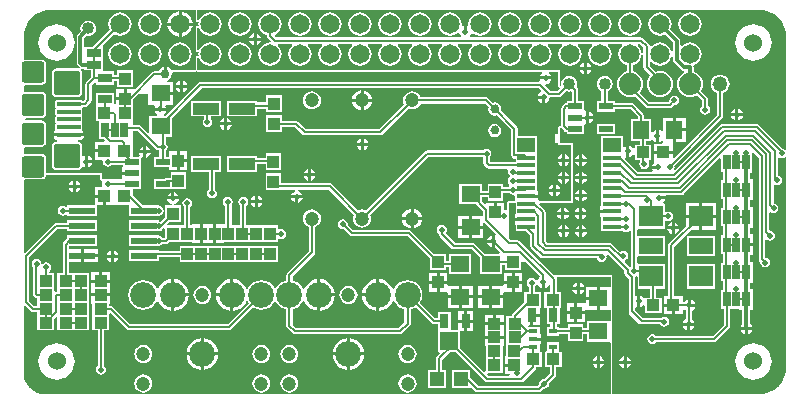
<source format=gtl>
G04 Layer_Physical_Order=1*
G04 Layer_Color=255*
%FSAX24Y24*%
%MOIN*%
G70*
G01*
G75*
%ADD10R,0.0394X0.0433*%
%ADD11R,0.0433X0.0394*%
G04:AMPARAMS|DCode=12|XSize=40mil|YSize=40mil|CornerRadius=20mil|HoleSize=0mil|Usage=FLASHONLY|Rotation=0.000|XOffset=0mil|YOffset=0mil|HoleType=Round|Shape=RoundedRectangle|*
%AMROUNDEDRECTD12*
21,1,0.0400,0.0000,0,0,0.0*
21,1,0.0000,0.0400,0,0,0.0*
1,1,0.0400,0.0000,0.0000*
1,1,0.0400,0.0000,0.0000*
1,1,0.0400,0.0000,0.0000*
1,1,0.0400,0.0000,0.0000*
%
%ADD12ROUNDEDRECTD12*%
%ADD13R,0.0870X0.0240*%
%ADD14R,0.0315X0.0472*%
%ADD15R,0.0551X0.0630*%
%ADD16R,0.0630X0.0551*%
G04:AMPARAMS|DCode=17|XSize=30mil|YSize=30mil|CornerRadius=15mil|HoleSize=0mil|Usage=FLASHONLY|Rotation=90.000|XOffset=0mil|YOffset=0mil|HoleType=Round|Shape=RoundedRectangle|*
%AMROUNDEDRECTD17*
21,1,0.0300,0.0000,0,0,90.0*
21,1,0.0000,0.0300,0,0,90.0*
1,1,0.0300,0.0000,0.0000*
1,1,0.0300,0.0000,0.0000*
1,1,0.0300,0.0000,0.0000*
1,1,0.0300,0.0000,0.0000*
%
%ADD17ROUNDEDRECTD17*%
%ADD18R,0.0472X0.0217*%
%ADD19R,0.0787X0.0551*%
%ADD20R,0.0787X0.0709*%
%ADD21R,0.0591X0.0158*%
%ADD22R,0.0472X0.0315*%
%ADD23R,0.0866X0.0394*%
%ADD24R,0.0250X0.0500*%
G04:AMPARAMS|DCode=25|XSize=40mil|YSize=40mil|CornerRadius=20mil|HoleSize=0mil|Usage=FLASHONLY|Rotation=90.000|XOffset=0mil|YOffset=0mil|HoleType=Round|Shape=RoundedRectangle|*
%AMROUNDEDRECTD25*
21,1,0.0400,0.0000,0,0,90.0*
21,1,0.0000,0.0400,0,0,90.0*
1,1,0.0400,0.0000,0.0000*
1,1,0.0400,0.0000,0.0000*
1,1,0.0400,0.0000,0.0000*
1,1,0.0400,0.0000,0.0000*
%
%ADD25ROUNDEDRECTD25*%
%ADD26R,0.0591X0.0472*%
G04:AMPARAMS|DCode=27|XSize=50mil|YSize=50mil|CornerRadius=25mil|HoleSize=0mil|Usage=FLASHONLY|Rotation=90.000|XOffset=0mil|YOffset=0mil|HoleType=Round|Shape=RoundedRectangle|*
%AMROUNDEDRECTD27*
21,1,0.0500,0.0000,0,0,90.0*
21,1,0.0000,0.0500,0,0,90.0*
1,1,0.0500,0.0000,0.0000*
1,1,0.0500,0.0000,0.0000*
1,1,0.0500,0.0000,0.0000*
1,1,0.0500,0.0000,0.0000*
%
%ADD27ROUNDEDRECTD27*%
G04:AMPARAMS|DCode=28|XSize=15.7mil|YSize=78.7mil|CornerRadius=2mil|HoleSize=0mil|Usage=FLASHONLY|Rotation=270.000|XOffset=0mil|YOffset=0mil|HoleType=Round|Shape=RoundedRectangle|*
%AMROUNDEDRECTD28*
21,1,0.0157,0.0748,0,0,270.0*
21,1,0.0118,0.0787,0,0,270.0*
1,1,0.0039,-0.0374,-0.0059*
1,1,0.0039,-0.0374,0.0059*
1,1,0.0039,0.0374,0.0059*
1,1,0.0039,0.0374,-0.0059*
%
%ADD28ROUNDEDRECTD28*%
G04:AMPARAMS|DCode=29|XSize=82.7mil|YSize=88.6mil|CornerRadius=10.3mil|HoleSize=0mil|Usage=FLASHONLY|Rotation=270.000|XOffset=0mil|YOffset=0mil|HoleType=Round|Shape=RoundedRectangle|*
%AMROUNDEDRECTD29*
21,1,0.0827,0.0679,0,0,270.0*
21,1,0.0620,0.0886,0,0,270.0*
1,1,0.0207,-0.0340,-0.0310*
1,1,0.0207,-0.0340,0.0310*
1,1,0.0207,0.0340,0.0310*
1,1,0.0207,0.0340,-0.0310*
%
%ADD29ROUNDEDRECTD29*%
G04:AMPARAMS|DCode=30|XSize=70.9mil|YSize=74.8mil|CornerRadius=8.9mil|HoleSize=0mil|Usage=FLASHONLY|Rotation=270.000|XOffset=0mil|YOffset=0mil|HoleType=Round|Shape=RoundedRectangle|*
%AMROUNDEDRECTD30*
21,1,0.0709,0.0571,0,0,270.0*
21,1,0.0532,0.0748,0,0,270.0*
1,1,0.0177,-0.0285,-0.0266*
1,1,0.0177,-0.0285,0.0266*
1,1,0.0177,0.0285,0.0266*
1,1,0.0177,0.0285,-0.0266*
%
%ADD30ROUNDEDRECTD30*%
G04:AMPARAMS|DCode=31|XSize=74.8mil|YSize=74.8mil|CornerRadius=9.4mil|HoleSize=0mil|Usage=FLASHONLY|Rotation=270.000|XOffset=0mil|YOffset=0mil|HoleType=Round|Shape=RoundedRectangle|*
%AMROUNDEDRECTD31*
21,1,0.0748,0.0561,0,0,270.0*
21,1,0.0561,0.0748,0,0,270.0*
1,1,0.0187,-0.0281,-0.0281*
1,1,0.0187,-0.0281,0.0281*
1,1,0.0187,0.0281,0.0281*
1,1,0.0187,0.0281,-0.0281*
%
%ADD31ROUNDEDRECTD31*%
%ADD32R,0.0500X0.0250*%
%ADD33R,0.0472X0.0472*%
%ADD34R,0.0630X0.0591*%
%ADD35R,0.0295X0.0158*%
%ADD36C,0.0079*%
%ADD37C,0.0118*%
%ADD38C,0.0080*%
%ADD39C,0.0472*%
%ADD40C,0.0860*%
%ADD41C,0.0650*%
%ADD42C,0.0472*%
%ADD43C,0.0600*%
%ADD44C,0.0740*%
%ADD45C,0.0197*%
G36*
X024775Y012892D02*
X024938Y012843D01*
X025088Y012763D01*
X025217Y012656D01*
X025219Y012654D01*
X025255Y012618D01*
X025257Y012616D01*
X025363Y012488D01*
X025442Y012340D01*
X025491Y012179D01*
X025507Y012014D01*
X025506Y012012D01*
Y011968D01*
Y008265D01*
X025492Y008255D01*
X025456Y008243D01*
X025413Y008272D01*
X025389Y008277D01*
X024600Y009066D01*
X024566Y009089D01*
X024526Y009096D01*
X024526Y009096D01*
X023364D01*
X023324Y009089D01*
X023291Y009066D01*
X023291Y009066D01*
X021801Y007577D01*
X021762Y007608D01*
X021766Y007614D01*
X021779Y007677D01*
X021776Y007691D01*
X023370Y009285D01*
X023370Y009285D01*
X023392Y009319D01*
X023400Y009359D01*
X023400Y009359D01*
Y010134D01*
X023454Y010156D01*
X023519Y010206D01*
X023569Y010271D01*
X023601Y010347D01*
X023612Y010429D01*
X023601Y010511D01*
X023569Y010587D01*
X023519Y010652D01*
X023454Y010703D01*
X023378Y010734D01*
X023296Y010745D01*
X023214Y010734D01*
X023138Y010703D01*
X023073Y010652D01*
X023023Y010587D01*
X022991Y010511D01*
X022980Y010429D01*
X022991Y010347D01*
X023023Y010271D01*
X023073Y010206D01*
X023138Y010156D01*
X023192Y010134D01*
Y009402D01*
X021760Y007971D01*
X021714Y007990D01*
Y008100D01*
X021081D01*
Y007853D01*
X021086D01*
X021101Y007803D01*
X021087Y007793D01*
X021043Y007727D01*
X021038Y007700D01*
X021230D01*
Y007600D01*
X021038D01*
X021043Y007573D01*
X021054Y007556D01*
X021027Y007506D01*
X020572D01*
X020134Y007944D01*
X020159Y007990D01*
X020170Y007988D01*
Y008180D01*
Y008372D01*
X020143Y008367D01*
X020103Y008341D01*
X020053Y008367D01*
Y008685D01*
X019337D01*
Y008087D01*
X019337D01*
Y007831D01*
Y007575D01*
Y007319D01*
Y007063D01*
Y006807D01*
Y006360D01*
X019300D01*
Y006231D01*
X019695D01*
Y006131D01*
X019300D01*
Y006002D01*
X019337D01*
Y005528D01*
X019725D01*
X019734Y005526D01*
X019744Y005528D01*
X020053D01*
Y005528D01*
X020061Y005532D01*
X020097Y005508D01*
X020160Y005495D01*
X020223Y005508D01*
X020276Y005544D01*
X020279Y005547D01*
X020329Y005532D01*
Y004347D01*
X020312Y004335D01*
X020279Y004328D01*
X020277Y004329D01*
X020124Y004483D01*
X020123Y004542D01*
X020131Y004550D01*
X020181Y004584D01*
X020217Y004637D01*
X020229Y004700D01*
X020217Y004763D01*
X020181Y004816D01*
X020128Y004852D01*
X020065Y004865D01*
X020002Y004852D01*
X019977Y004836D01*
X019708Y005105D01*
X019674Y005128D01*
X019634Y005136D01*
X019634Y005136D01*
X017551D01*
X017484Y005203D01*
Y006160D01*
X017484Y006160D01*
X017476Y006200D01*
X017454Y006234D01*
X017266Y006422D01*
X017285Y006468D01*
X018392D01*
Y006530D01*
Y008456D01*
X017953D01*
Y008960D01*
X018003Y008975D01*
X018016Y008955D01*
X018109Y008862D01*
X018143Y008840D01*
X018179Y008832D01*
Y008765D01*
X018777D01*
Y009070D01*
X018814Y009102D01*
X018820Y009103D01*
Y009310D01*
Y009517D01*
X018814Y009518D01*
X018777Y009550D01*
Y009855D01*
X018574D01*
Y010241D01*
X018574Y010241D01*
X018566Y010281D01*
X018543Y010315D01*
X018512Y010346D01*
X018524Y010374D01*
X018533Y010443D01*
X018524Y010512D01*
X018497Y010576D01*
X018455Y010630D01*
X018400Y010673D01*
X018336Y010699D01*
X018268Y010708D01*
X018199Y010699D01*
X018135Y010673D01*
X018080Y010630D01*
X018038Y010576D01*
X018011Y010512D01*
X018002Y010443D01*
X018011Y010374D01*
X018013Y010370D01*
X018003Y010360D01*
X017953Y010380D01*
Y010906D01*
X005876D01*
Y011297D01*
X005926Y011307D01*
X005956Y011233D01*
X006019Y011152D01*
X006100Y011090D01*
X006194Y011051D01*
X006295Y011038D01*
X006397Y011051D01*
X006491Y011090D01*
X006572Y011152D01*
X006634Y011233D01*
X006673Y011328D01*
X006687Y011429D01*
X006673Y011530D01*
X006634Y011625D01*
X006572Y011706D01*
X006491Y011768D01*
X006397Y011807D01*
X006295Y011820D01*
X006194Y011807D01*
X006100Y011768D01*
X006019Y011706D01*
X005956Y011625D01*
X005926Y011551D01*
X005876Y011561D01*
Y012297D01*
X005926Y012307D01*
X005956Y012233D01*
X006019Y012152D01*
X006100Y012090D01*
X006194Y012051D01*
X006295Y012038D01*
X006397Y012051D01*
X006491Y012090D01*
X006572Y012152D01*
X006634Y012233D01*
X006673Y012328D01*
X006687Y012429D01*
X006673Y012530D01*
X006634Y012625D01*
X006572Y012706D01*
X006491Y012768D01*
X006397Y012807D01*
X006295Y012820D01*
X006194Y012807D01*
X006100Y012768D01*
X006019Y012706D01*
X005956Y012625D01*
X005926Y012551D01*
X005876Y012561D01*
Y012908D01*
X024606D01*
X024609Y012908D01*
X024775Y012892D01*
D02*
G37*
G36*
X000984Y012908D02*
X005812D01*
Y012561D01*
X005813Y012555D01*
Y012549D01*
X005815Y012543D01*
X005817Y012537D01*
X005820Y012532D01*
X005823Y012526D01*
X005827Y012521D01*
X005831Y012516D01*
X005836Y012512D01*
X005840Y012508D01*
X005846Y012506D01*
X005851Y012502D01*
X005858Y012501D01*
X005863Y012498D01*
X005912Y012489D01*
X005904Y012429D01*
X005912Y012369D01*
X005863Y012360D01*
X005858Y012357D01*
X005851Y012356D01*
X005846Y012353D01*
X005840Y012350D01*
X005836Y012346D01*
X005831Y012342D01*
X005827Y012337D01*
X005823Y012333D01*
X005820Y012327D01*
X005817Y012321D01*
X005815Y012315D01*
X005813Y012309D01*
Y012303D01*
X005812Y012297D01*
Y011561D01*
X005813Y011555D01*
Y011549D01*
X005815Y011543D01*
X005817Y011537D01*
X005820Y011532D01*
X005823Y011526D01*
X005827Y011521D01*
X005831Y011516D01*
X005836Y011512D01*
X005840Y011508D01*
X005846Y011506D01*
X005851Y011502D01*
X005858Y011501D01*
X005863Y011498D01*
X005912Y011489D01*
X005904Y011429D01*
X005912Y011369D01*
X005863Y011360D01*
X005858Y011357D01*
X005851Y011356D01*
X005846Y011353D01*
X005840Y011350D01*
X005836Y011346D01*
X005831Y011342D01*
X005827Y011337D01*
X005823Y011333D01*
X005820Y011327D01*
X005817Y011321D01*
X005815Y011315D01*
X005813Y011309D01*
Y011303D01*
X005812Y011297D01*
Y010906D01*
X005766Y010880D01*
X005060D01*
X005060Y010880D01*
Y010880D01*
X005011Y010887D01*
X004983Y010928D01*
X004901Y010984D01*
X004853Y010993D01*
Y010748D01*
X004753D01*
Y010993D01*
X004706Y010984D01*
X004623Y010928D01*
X004572Y010852D01*
X004419D01*
X004419Y010852D01*
X004379Y010844D01*
X004345Y010822D01*
X003803Y010279D01*
X003761Y010258D01*
Y010258D01*
X003761Y010258D01*
X003515D01*
Y009941D01*
X003465D01*
Y009891D01*
X003168D01*
Y009781D01*
X003161Y009774D01*
X003126Y009771D01*
X003094Y009798D01*
Y010142D01*
X002496D01*
Y009701D01*
X002496D01*
Y009189D01*
X002608D01*
Y008598D01*
X002744D01*
X002789Y008553D01*
X002770Y008507D01*
X002449D01*
Y008260D01*
X002766D01*
Y008160D01*
X002449D01*
Y007913D01*
X002688D01*
X002725Y007863D01*
X002719Y007833D01*
X002732Y007770D01*
X002767Y007717D01*
X002821Y007681D01*
X002884Y007668D01*
X002947Y007681D01*
X003000Y007717D01*
X003008Y007729D01*
X003392D01*
Y007667D01*
X003354D01*
Y007509D01*
X003691D01*
Y007409D01*
X003354D01*
Y007260D01*
X002695D01*
Y007470D01*
X000842D01*
Y007941D01*
X000830Y008000D01*
X000797Y008050D01*
X000747Y008084D01*
X000688Y008095D01*
X000117D01*
X000084Y008122D01*
Y008307D01*
X000122Y008337D01*
X000683D01*
X000744Y008350D01*
X000795Y008384D01*
X000830Y008436D01*
X000842Y008497D01*
Y009058D01*
X000830Y009119D01*
X000795Y009171D01*
X000744Y009205D01*
X000683Y009218D01*
X000122D01*
X000122Y009218D01*
Y009232D01*
X000172Y009282D01*
X000683D01*
X000744Y009295D01*
X000795Y009329D01*
X000830Y009381D01*
X000842Y009442D01*
Y010003D01*
X000830Y010064D01*
X000795Y010116D01*
X000744Y010150D01*
X000683Y010163D01*
X000122D01*
X000084Y010193D01*
Y010378D01*
X000117Y010405D01*
X000688D01*
X000747Y010416D01*
X000797Y010450D01*
X000830Y010500D01*
X000842Y010559D01*
Y011091D01*
X000830Y011150D01*
X000797Y011200D01*
X000747Y011233D01*
X000688Y011245D01*
X000117D01*
X000084Y011272D01*
Y012008D01*
X000084Y012011D01*
X000100Y012177D01*
X000149Y012340D01*
X000230Y012490D01*
X000336Y012619D01*
X000338Y012620D01*
X000372Y012654D01*
X000373Y012656D01*
X000503Y012763D01*
X000652Y012843D01*
X000815Y012892D01*
X000982Y012908D01*
X000984Y012908D01*
D02*
G37*
G36*
X005851Y010846D02*
X005876Y010841D01*
X017349D01*
X017365Y010791D01*
X017337Y010773D01*
X017293Y010707D01*
X017288Y010680D01*
X017673D01*
X017667Y010707D01*
X017623Y010773D01*
X017596Y010791D01*
X017611Y010841D01*
X017889D01*
Y010380D01*
X017893Y010356D01*
X017907Y010335D01*
X017928Y010321D01*
X017936Y010318D01*
X017946Y010269D01*
X017871Y010194D01*
X017649D01*
X017463Y010380D01*
X017474Y010411D01*
X017485Y010429D01*
X017558Y010443D01*
X017623Y010487D01*
X017667Y010553D01*
X017673Y010580D01*
X017288D01*
X017293Y010553D01*
X017265Y010504D01*
X005972D01*
X005972Y010504D01*
X005932Y010496D01*
X005899Y010474D01*
X005899Y010474D01*
X004797Y009373D01*
X004750Y009376D01*
X004761Y009432D01*
X004783Y009447D01*
X004827Y009513D01*
X004832Y009540D01*
X004448D01*
X004453Y009513D01*
X004497Y009447D01*
X004519Y009432D01*
X004532Y009364D01*
X004526Y009356D01*
X004271D01*
Y008832D01*
X004225Y008813D01*
X004004Y009033D01*
X003970Y009056D01*
X003930Y009064D01*
X003930Y009064D01*
X003740D01*
Y009921D01*
X003909Y010090D01*
X004234D01*
Y009744D01*
X004444D01*
X004471Y009694D01*
X004453Y009667D01*
X004448Y009640D01*
X004832D01*
X004827Y009667D01*
X004809Y009694D01*
X004836Y009744D01*
X005064D01*
Y010070D01*
X004649D01*
Y010170D01*
X005064D01*
Y010495D01*
X004881D01*
X004876Y010545D01*
X004886Y010547D01*
X004957Y010594D01*
X005004Y010665D01*
X005020Y010748D01*
X005014Y010780D01*
X005040Y010808D01*
X005056Y010817D01*
X005060Y010816D01*
X005060Y010816D01*
X005766D01*
X005769Y010817D01*
X005773Y010816D01*
X005782Y010819D01*
X005790Y010821D01*
X005794Y010823D01*
X005797Y010824D01*
X005843Y010849D01*
X005845Y010851D01*
X005851Y010846D01*
D02*
G37*
G36*
X016274Y006784D02*
X016327Y006748D01*
X016390Y006735D01*
X016407Y006739D01*
X016445Y006707D01*
Y006532D01*
X016260D01*
X016235Y006528D01*
X016214Y006514D01*
X016201Y006493D01*
X016196Y006468D01*
Y006247D01*
X016152Y006223D01*
X016104Y006241D01*
Y006468D01*
X015857D01*
Y006152D01*
X015757D01*
Y006468D01*
X015510D01*
Y006445D01*
X015464Y006426D01*
X015358Y006531D01*
Y006657D01*
X015547D01*
Y006541D01*
X016067D01*
Y006796D01*
X016266D01*
X016274Y006784D01*
D02*
G37*
G36*
X017327Y010221D02*
X017318Y010160D01*
X017278Y010133D01*
X017234Y010068D01*
X017229Y010040D01*
X017421D01*
Y009990D01*
X017471D01*
Y009798D01*
X017499Y009803D01*
X017564Y009847D01*
X017608Y009913D01*
X017623Y009986D01*
X017915D01*
X017915Y009986D01*
X017955Y009994D01*
X017989Y010016D01*
X018171Y010198D01*
X018199Y010187D01*
X018268Y010178D01*
X018315Y010184D01*
X018358Y010155D01*
X018365Y010145D01*
Y009855D01*
X018179D01*
Y009836D01*
X018174Y009788D01*
X018134Y009780D01*
X018100Y009758D01*
X018016Y009674D01*
X017994Y009640D01*
X017986Y009600D01*
X017986Y009600D01*
Y009037D01*
X017984Y009037D01*
X017934Y009021D01*
X017931Y009020D01*
X017928Y009019D01*
X017920Y009014D01*
X017912Y009010D01*
X017910Y009007D01*
X017907Y009005D01*
X017902Y008997D01*
X017896Y008990D01*
X017895Y008987D01*
X017893Y008984D01*
X017892Y008975D01*
X017889Y008966D01*
X017889Y008963D01*
X017889Y008960D01*
Y008765D01*
X017780D01*
Y008456D01*
X017889D01*
X017893Y008432D01*
X017907Y008411D01*
X017928Y008397D01*
X017953Y008392D01*
X018328D01*
Y006532D01*
X017285D01*
X017279Y006534D01*
X017239Y006564D01*
X017236Y006570D01*
Y006643D01*
X016841D01*
Y006743D01*
X017236D01*
Y006872D01*
X017199D01*
Y007319D01*
Y007575D01*
Y007831D01*
Y008087D01*
X017199D01*
Y008685D01*
X016547D01*
Y008941D01*
X016547Y008941D01*
X016539Y008981D01*
X016517Y009015D01*
X016517Y009015D01*
X015993Y009538D01*
X016005Y009596D01*
X015988Y009680D01*
X015941Y009750D01*
X015871Y009797D01*
X015787Y009814D01*
X015729Y009802D01*
X015574Y009957D01*
X015540Y009980D01*
X015500Y009988D01*
X015500Y009988D01*
X013316D01*
X013296Y010034D01*
X013248Y010097D01*
X013186Y010145D01*
X013113Y010175D01*
X013035Y010185D01*
X012957Y010175D01*
X012884Y010145D01*
X012822Y010097D01*
X012774Y010034D01*
X012744Y009962D01*
X012733Y009884D01*
X012744Y009805D01*
X012763Y009759D01*
X011927Y008923D01*
X009492D01*
X009236Y009179D01*
X009202Y009202D01*
X009162Y009210D01*
X009162Y009210D01*
X008682D01*
Y009385D01*
X008162D01*
Y008826D01*
X008682D01*
Y009001D01*
X009119D01*
X009375Y008745D01*
X009409Y008722D01*
X009449Y008715D01*
X009449Y008715D01*
X011970D01*
X011970Y008715D01*
X012010Y008722D01*
X012044Y008745D01*
X012910Y009611D01*
X012957Y009592D01*
X013035Y009582D01*
X013113Y009592D01*
X013186Y009622D01*
X013248Y009670D01*
X013296Y009733D01*
X013316Y009779D01*
X015457D01*
X015582Y009654D01*
X015570Y009596D01*
X015587Y009513D01*
X015634Y009443D01*
X015704Y009396D01*
X015787Y009379D01*
X015845Y009391D01*
X016339Y008898D01*
Y008047D01*
X016346Y008007D01*
X016369Y007973D01*
X016403Y007951D01*
X016443Y007943D01*
X016482D01*
Y007821D01*
X015627D01*
X015616Y007831D01*
Y007986D01*
X015628Y007994D01*
X015664Y008047D01*
X015676Y008110D01*
X015664Y008173D01*
X015628Y008227D01*
X015575Y008262D01*
X015512Y008275D01*
X015449Y008262D01*
X015395Y008227D01*
X015387Y008215D01*
X013526D01*
X013526Y008215D01*
X013486Y008207D01*
X013452Y008184D01*
X013452Y008184D01*
X011486Y006219D01*
X011440Y006238D01*
X011362Y006248D01*
X011284Y006238D01*
X011237Y006219D01*
X010364Y007092D01*
X010331Y007114D01*
X010291Y007122D01*
X010291Y007122D01*
X008670D01*
Y007455D01*
X008150D01*
Y006896D01*
X008670D01*
Y006913D01*
X009140D01*
X009145Y006863D01*
X009113Y006857D01*
X009047Y006813D01*
X009003Y006747D01*
X008998Y006720D01*
X009382D01*
X009377Y006747D01*
X009333Y006813D01*
X009267Y006857D01*
X009235Y006863D01*
X009240Y006913D01*
X010247D01*
X011090Y006071D01*
X011070Y006025D01*
X011060Y005946D01*
X011070Y005868D01*
X011100Y005796D01*
X011148Y005733D01*
X011211Y005685D01*
X011284Y005655D01*
X011362Y005645D01*
X011440Y005655D01*
X011513Y005685D01*
X011575Y005733D01*
X011623Y005796D01*
X011653Y005868D01*
X011664Y005946D01*
X011653Y006025D01*
X011634Y006071D01*
X013569Y008006D01*
X015387D01*
X015395Y007994D01*
X015407Y007986D01*
Y007788D01*
X015407Y007788D01*
X015415Y007748D01*
X015438Y007714D01*
X015510Y007643D01*
X015510Y007643D01*
X015543Y007620D01*
X015583Y007612D01*
X016209D01*
X016236Y007562D01*
X016225Y007510D01*
X016238Y007447D01*
X016274Y007394D01*
X016282Y007388D01*
Y007328D01*
X016273Y007321D01*
X016237Y007268D01*
X016224Y007205D01*
X016237Y007142D01*
X016273Y007088D01*
X016272Y007037D01*
X016239Y007004D01*
X016067D01*
Y007100D01*
X015547D01*
Y006866D01*
X015358D01*
Y007100D01*
X014602D01*
Y006423D01*
X015171D01*
X015404Y006191D01*
Y006082D01*
X015395Y006035D01*
X015354Y006035D01*
X015030D01*
Y005709D01*
X015395D01*
Y005789D01*
X015401Y005794D01*
X015445Y005808D01*
X015829Y005424D01*
X015808Y005380D01*
X015805Y005377D01*
X015780Y005382D01*
Y005190D01*
Y004992D01*
X015950Y004822D01*
X015931Y004776D01*
X015468D01*
X015140Y005104D01*
X015106Y005126D01*
X015066Y005134D01*
X015066Y005134D01*
X014461D01*
X014179Y005416D01*
X014144Y005451D01*
X014180Y005505D01*
X014192Y005568D01*
X014180Y005631D01*
X014144Y005684D01*
X014091Y005720D01*
X014028Y005732D01*
X013965Y005720D01*
X013911Y005684D01*
X013876Y005631D01*
X013863Y005568D01*
X013876Y005505D01*
X013911Y005451D01*
X013923Y005443D01*
Y005420D01*
X013923Y005420D01*
X013931Y005380D01*
X013954Y005346D01*
X014344Y004956D01*
X014344Y004956D01*
X014378Y004934D01*
X014418Y004926D01*
X015023D01*
X015281Y004668D01*
Y004099D01*
X016037D01*
Y004392D01*
X016143D01*
Y004217D01*
X016663D01*
Y004497D01*
X016814D01*
X017279Y004031D01*
X017274Y003968D01*
X017267Y003963D01*
X017223Y003897D01*
X017222Y003892D01*
X017170Y003885D01*
X017143Y003925D01*
X017090Y003960D01*
X017027Y003973D01*
X016964Y003960D01*
X016911Y003925D01*
X016875Y003871D01*
X016862Y003808D01*
X016875Y003745D01*
X016911Y003692D01*
X016933Y003677D01*
Y003480D01*
X016766D01*
Y003160D01*
X016371Y002765D01*
X016348Y002731D01*
X016342Y002700D01*
X016165D01*
Y002180D01*
X016166D01*
Y001782D01*
X016157D01*
Y001357D01*
X016120D01*
Y001110D01*
X016437D01*
Y001010D01*
X016120D01*
Y000763D01*
X016287D01*
X016291Y000754D01*
X016260Y000704D01*
X015573D01*
X015527Y000750D01*
X015548Y000800D01*
X016047D01*
Y001263D01*
Y001698D01*
X016093D01*
Y001945D01*
X015459D01*
Y001698D01*
X015488D01*
Y001263D01*
Y000860D01*
X015438Y000840D01*
X014642Y001636D01*
Y002184D01*
X014764D01*
Y002470D01*
X014557D01*
Y002228D01*
X014326D01*
Y002819D01*
X013885D01*
Y002624D01*
X013800D01*
X013294Y003130D01*
X013309Y003150D01*
X013359Y003270D01*
X013376Y003399D01*
X013359Y003527D01*
X013309Y003647D01*
X013230Y003750D01*
X013127Y003829D01*
X013007Y003879D01*
X012879Y003896D01*
X012750Y003879D01*
X012630Y003829D01*
X012527Y003750D01*
X012448Y003647D01*
X012431Y003607D01*
X012381D01*
X012357Y003666D01*
X012272Y003776D01*
X012162Y003861D01*
X012033Y003915D01*
X011944Y003926D01*
Y003399D01*
Y002871D01*
X012033Y002882D01*
X012162Y002936D01*
X012272Y003020D01*
X012357Y003131D01*
X012381Y003190D01*
X012431D01*
X012448Y003150D01*
X012527Y003047D01*
X012630Y002968D01*
X012750Y002918D01*
X012774Y002915D01*
Y002482D01*
X012587Y002294D01*
X009163D01*
X009046Y002412D01*
Y002915D01*
X009070Y002918D01*
X009190Y002968D01*
X009293Y003047D01*
X009372Y003150D01*
X009389Y003190D01*
X009439D01*
X009463Y003131D01*
X009548Y003020D01*
X009658Y002936D01*
X009787Y002882D01*
X009876Y002871D01*
Y003399D01*
Y003926D01*
X009787Y003915D01*
X009658Y003861D01*
X009548Y003776D01*
X009463Y003666D01*
X009439Y003607D01*
X009389D01*
X009372Y003647D01*
X009293Y003750D01*
X009190Y003829D01*
X009070Y003879D01*
X009046Y003882D01*
Y004028D01*
X009762Y004745D01*
X009785Y004779D01*
X009793Y004819D01*
X009793Y004819D01*
Y005666D01*
X009839Y005685D01*
X009902Y005733D01*
X009950Y005796D01*
X009980Y005868D01*
X009990Y005946D01*
X009980Y006025D01*
X009950Y006097D01*
X009902Y006160D01*
X009839Y006208D01*
X009767Y006238D01*
X009689Y006248D01*
X009610Y006238D01*
X009538Y006208D01*
X009475Y006160D01*
X009427Y006097D01*
X009397Y006025D01*
X009387Y005946D01*
X009397Y005868D01*
X009427Y005796D01*
X009475Y005733D01*
X009538Y005685D01*
X009584Y005666D01*
Y004862D01*
X008868Y004145D01*
X008845Y004111D01*
X008837Y004072D01*
X008837Y004071D01*
Y003882D01*
X008813Y003879D01*
X008693Y003829D01*
X008590Y003750D01*
X008511Y003647D01*
X008500Y003621D01*
X008450D01*
X008439Y003647D01*
X008360Y003750D01*
X008257Y003829D01*
X008137Y003879D01*
X008008Y003896D01*
X007880Y003879D01*
X007760Y003829D01*
X007657Y003750D01*
X007578Y003647D01*
X007561Y003607D01*
X007511D01*
X007487Y003666D01*
X007402Y003776D01*
X007292Y003861D01*
X007163Y003915D01*
X007074Y003926D01*
Y003399D01*
Y002871D01*
X007163Y002882D01*
X007292Y002936D01*
X007402Y003020D01*
X007487Y003131D01*
X007511Y003190D01*
X007561D01*
X007578Y003150D01*
X007593Y003130D01*
X006887Y002424D01*
X003643D01*
X003057Y003011D01*
X003023Y003033D01*
X002983Y003041D01*
X002983Y003041D01*
X002934D01*
Y003100D01*
X002971D01*
Y003347D01*
X002655D01*
X002338D01*
Y003100D01*
X002375D01*
Y002677D01*
Y002217D01*
X002556D01*
Y001034D01*
X002544Y001026D01*
X002508Y000973D01*
X002495Y000910D01*
X002508Y000847D01*
X002544Y000794D01*
X002597Y000758D01*
X002660Y000745D01*
X002723Y000758D01*
X002776Y000794D01*
X002812Y000847D01*
X002825Y000910D01*
X002812Y000973D01*
X002776Y001026D01*
X002764Y001034D01*
Y002217D01*
X002934D01*
Y002768D01*
X002984Y002788D01*
X003526Y002246D01*
X003526Y002246D01*
X003560Y002224D01*
X003600Y002216D01*
X003600Y002216D01*
X006930D01*
X006930Y002216D01*
X006970Y002224D01*
X007004Y002246D01*
X007740Y002983D01*
X007760Y002968D01*
X007880Y002918D01*
X008008Y002901D01*
X008137Y002918D01*
X008257Y002968D01*
X008360Y003047D01*
X008439Y003150D01*
X008450Y003176D01*
X008500D01*
X008511Y003150D01*
X008590Y003047D01*
X008693Y002968D01*
X008813Y002918D01*
X008837Y002915D01*
Y002369D01*
X008837Y002368D01*
X008845Y002329D01*
X008868Y002295D01*
X009046Y002116D01*
X009080Y002094D01*
X009120Y002086D01*
X012630D01*
X012630Y002086D01*
X012670Y002094D01*
X012704Y002116D01*
X012952Y002365D01*
X012975Y002399D01*
X012983Y002438D01*
Y002915D01*
X013007Y002918D01*
X013127Y002968D01*
X013147Y002983D01*
X013683Y002446D01*
X013683Y002446D01*
X013717Y002424D01*
X013757Y002416D01*
X013757Y002416D01*
X013885D01*
Y002221D01*
X013886D01*
Y001511D01*
X013943D01*
X013962Y001465D01*
X013856Y001360D01*
X013834Y001326D01*
X013826Y001286D01*
X013826Y001286D01*
Y000889D01*
X013571D01*
Y000291D01*
X014169D01*
Y000889D01*
X014034D01*
Y001243D01*
X014303Y001511D01*
X014471D01*
X015456Y000526D01*
X015490Y000504D01*
X015530Y000496D01*
X015530Y000496D01*
X016413D01*
X016417Y000493D01*
X016457Y000485D01*
X016623D01*
X016623Y000485D01*
X016663Y000493D01*
X016667Y000496D01*
X016674D01*
X016674Y000496D01*
X016714Y000504D01*
X016748Y000526D01*
X017150Y000928D01*
X017150Y000928D01*
X017173Y000962D01*
X017178Y000990D01*
X017345D01*
Y001510D01*
X017328D01*
X017287Y001531D01*
Y001750D01*
X017324D01*
Y001878D01*
X017076D01*
Y001978D01*
X017324D01*
Y002107D01*
X017287D01*
Y002326D01*
X016893D01*
X016888Y002334D01*
X016913Y002384D01*
X016976D01*
Y002720D01*
X017026D01*
Y002770D01*
X017283D01*
Y002960D01*
X017325D01*
Y003480D01*
X017141D01*
Y003690D01*
X017143Y003692D01*
X017173Y003737D01*
X017204Y003740D01*
X017228Y003735D01*
X017267Y003677D01*
X017333Y003633D01*
X017360Y003628D01*
Y003820D01*
X017460D01*
Y003628D01*
X017487Y003633D01*
X017553Y003677D01*
X017591Y003734D01*
X017632Y003729D01*
X017641Y003726D01*
Y003480D01*
X017435D01*
Y002960D01*
X017514D01*
Y002421D01*
X017641D01*
Y002326D01*
X017515D01*
Y002042D01*
X017936D01*
Y002080D01*
X018224D01*
Y001856D01*
X018744D01*
Y002080D01*
X018864D01*
Y001846D01*
X019620D01*
X019646Y001807D01*
Y000084D01*
X000787D01*
Y000084D01*
X000656Y000097D01*
X000529Y000136D01*
X000412Y000198D01*
X000309Y000282D01*
X000309Y000282D01*
X000256Y000335D01*
X000257Y000336D01*
X000184Y000425D01*
X000130Y000526D01*
X000096Y000636D01*
X000085Y000751D01*
X000084D01*
Y003027D01*
X000134Y003048D01*
X000319Y002863D01*
X000319Y002863D01*
X000353Y002840D01*
X000393Y002832D01*
X000393Y002832D01*
X000536D01*
Y002677D01*
Y002217D01*
X001095D01*
Y002609D01*
X001155Y002669D01*
X001205Y002648D01*
Y002217D01*
X002265D01*
Y002677D01*
Y003137D01*
Y003597D01*
Y004117D01*
X001589D01*
Y004481D01*
X001980D01*
Y004701D01*
Y004921D01*
X001589D01*
Y005018D01*
X002528D01*
Y005384D01*
X001532D01*
Y005270D01*
X001411Y005148D01*
X001388Y005115D01*
X001380Y005075D01*
X001380Y005075D01*
Y004117D01*
X001205D01*
Y003501D01*
X001170D01*
X001145Y003496D01*
X001105Y003520D01*
X001095Y003530D01*
Y004117D01*
X000920D01*
Y004176D01*
X000956Y004200D01*
X000992Y004254D01*
X001005Y004317D01*
X000992Y004380D01*
X000956Y004433D01*
X000903Y004469D01*
X000840Y004481D01*
X000777Y004469D01*
X000730Y004437D01*
X000700Y004444D01*
X000677Y004454D01*
X000669Y004496D01*
X000633Y004550D01*
X000580Y004585D01*
X000517Y004598D01*
X000454Y004585D01*
X000401Y004550D01*
X000365Y004496D01*
X000353Y004433D01*
X000365Y004370D01*
X000392Y004330D01*
Y003433D01*
X000392Y003433D01*
X000400Y003393D01*
X000423Y003360D01*
X000459Y003323D01*
X000459Y003323D01*
X000493Y003300D01*
X000533Y003292D01*
X000536Y003245D01*
Y003041D01*
X000436D01*
X000274Y003203D01*
Y004657D01*
X001214Y005597D01*
X001532D01*
Y005518D01*
X002528D01*
Y005884D01*
X001532D01*
Y005805D01*
X001171D01*
X001171Y005805D01*
X001131Y005797D01*
X001097Y005775D01*
X000134Y004812D01*
X000084Y004833D01*
Y007228D01*
X000117Y007255D01*
X000688D01*
X000747Y007267D01*
X000797Y007300D01*
X000830Y007350D01*
X000841Y007406D01*
X000842Y007406D01*
X002631D01*
Y007260D01*
X002636Y007235D01*
X002650Y007215D01*
X002670Y007201D01*
X002695Y007196D01*
Y006987D01*
X002449D01*
Y006740D01*
X002766D01*
Y006690D01*
X002816D01*
Y006393D01*
X003082D01*
Y006400D01*
X003549D01*
X003592Y006384D01*
Y006018D01*
X004588D01*
Y006038D01*
X004650Y006050D01*
X004703Y006086D01*
X004739Y006139D01*
X004750Y006197D01*
X004800Y006192D01*
Y005992D01*
X004641Y005834D01*
X004588Y005844D01*
Y005884D01*
X003592D01*
Y005518D01*
X004574D01*
X004587Y005515D01*
X004650Y005528D01*
X004703Y005564D01*
X004739Y005617D01*
X004750Y005621D01*
X004800Y005586D01*
Y005323D01*
X004782Y005305D01*
X004711D01*
X004703Y005317D01*
X004650Y005353D01*
X004588Y005365D01*
Y005384D01*
X003592D01*
Y005018D01*
X004588D01*
Y005037D01*
X004650Y005049D01*
X004703Y005085D01*
X004711Y005097D01*
X004826D01*
X004826Y005097D01*
X004865Y005105D01*
X004899Y005127D01*
X004928Y005156D01*
X005280D01*
Y005155D01*
X005703D01*
Y005118D01*
X005950D01*
Y005435D01*
Y005751D01*
X005703D01*
Y005714D01*
X005644D01*
Y006336D01*
X005656Y006344D01*
X005692Y006397D01*
X005705Y006460D01*
X005692Y006523D01*
X005656Y006576D01*
X005603Y006612D01*
X005540Y006625D01*
X005477Y006612D01*
X005424Y006576D01*
X005388Y006523D01*
X005375Y006460D01*
X005388Y006397D01*
X005424Y006344D01*
X005436Y006336D01*
Y005714D01*
X005320D01*
Y005715D01*
X004883D01*
X004864Y005761D01*
X004928Y005825D01*
X005320D01*
Y006384D01*
X005097D01*
X005092Y006434D01*
X005137Y006443D01*
X005203Y006487D01*
X005247Y006553D01*
X005252Y006580D01*
X004868D01*
X004873Y006553D01*
X004917Y006487D01*
X004983Y006443D01*
X005028Y006434D01*
X005023Y006384D01*
X004800D01*
Y006212D01*
X004750Y006207D01*
X004739Y006265D01*
X004703Y006319D01*
X004650Y006354D01*
X004588Y006366D01*
Y006384D01*
X004063D01*
X003740Y006707D01*
Y006914D01*
X003990D01*
Y007256D01*
X003990D01*
Y007288D01*
X003990D01*
Y007630D01*
X003990D01*
Y007662D01*
X003990D01*
Y007958D01*
X004040Y007985D01*
X004046Y007981D01*
X004074Y007975D01*
Y008118D01*
X003931D01*
X003937Y008090D01*
X003961Y008054D01*
X003934Y008004D01*
X003740D01*
Y008855D01*
X003887D01*
X004496Y008246D01*
X004496Y008246D01*
X004530Y008224D01*
X004570Y008216D01*
X004590D01*
X004598Y008204D01*
X004610Y008196D01*
Y008004D01*
X004415D01*
Y007662D01*
X004943D01*
Y007558D01*
X005190D01*
Y007875D01*
Y008191D01*
X004943D01*
Y008004D01*
X004819D01*
Y008196D01*
X004831Y008204D01*
X004867Y008257D01*
X004879Y008320D01*
X004867Y008383D01*
X004831Y008436D01*
X004829Y008438D01*
Y008679D01*
X005027D01*
Y009307D01*
X006016Y010296D01*
X017252D01*
X017327Y010221D01*
D02*
G37*
G36*
X024590Y007979D02*
Y004585D01*
X024590Y004585D01*
X024598Y004545D01*
X024621Y004511D01*
X024639Y004493D01*
X024637Y004478D01*
X024649Y004415D01*
X024685Y004362D01*
X024738Y004326D01*
X024801Y004314D01*
X024864Y004326D01*
X024918Y004362D01*
X024953Y004415D01*
X024966Y004478D01*
X024953Y004541D01*
X024918Y004595D01*
X024864Y004630D01*
X024801Y004643D01*
X024799Y004645D01*
Y005231D01*
X024826Y005245D01*
X024849Y005250D01*
X024898Y005218D01*
X024961Y005205D01*
X025024Y005218D01*
X025077Y005254D01*
X025113Y005307D01*
X025125Y005370D01*
X025113Y005433D01*
X025077Y005486D01*
X025024Y005522D01*
X024961Y005535D01*
X024941Y005582D01*
Y006128D01*
X024991Y006155D01*
X025016Y006138D01*
X025079Y006125D01*
X025142Y006138D01*
X025195Y006174D01*
X025231Y006227D01*
X025243Y006290D01*
X025231Y006353D01*
X025195Y006406D01*
X025142Y006442D01*
X025083Y006454D01*
Y007048D01*
X025127Y007072D01*
X025134Y007067D01*
X025197Y007054D01*
X025260Y007067D01*
X025313Y007102D01*
X025349Y007156D01*
X025361Y007219D01*
X025349Y007282D01*
X025313Y007335D01*
X025260Y007371D01*
X025224Y007378D01*
Y007950D01*
X025274Y007976D01*
X025287Y007968D01*
X025350Y007955D01*
X025413Y007968D01*
X025456Y007997D01*
X025492Y007985D01*
X025506Y007975D01*
Y000984D01*
X025507Y000982D01*
X025490Y000815D01*
X025441Y000652D01*
X025361Y000503D01*
X025255Y000373D01*
X025253Y000372D01*
X025219Y000338D01*
X025217Y000336D01*
X025088Y000230D01*
X024938Y000149D01*
X024775Y000100D01*
X024609Y000084D01*
X024606Y000084D01*
X019710D01*
Y004060D01*
X017748D01*
X016609Y005198D01*
X016576Y005221D01*
X016536Y005229D01*
X016536Y005229D01*
X016319D01*
X016260Y005288D01*
Y006468D01*
X016482D01*
Y006104D01*
X016445D01*
Y005975D01*
X016841D01*
Y005875D01*
X016445D01*
Y005746D01*
X016482D01*
Y005528D01*
X016835D01*
X016972Y005390D01*
Y005034D01*
X016972Y005034D01*
X016980Y004994D01*
X017003Y004960D01*
X017309Y004655D01*
X017342Y004632D01*
X017382Y004624D01*
X017382Y004624D01*
X019194D01*
X019198Y004602D01*
X019234Y004549D01*
X019287Y004513D01*
X019350Y004501D01*
X019413Y004513D01*
X019467Y004549D01*
X019502Y004602D01*
X019515Y004665D01*
X019510Y004691D01*
X019546Y004747D01*
X019546Y004747D01*
X019562Y004749D01*
X020109Y004202D01*
Y004119D01*
X020109Y004119D01*
X020117Y004079D01*
X020140Y004045D01*
X020246Y003939D01*
Y002850D01*
X020246Y002850D01*
X020254Y002810D01*
X020276Y002776D01*
X020607Y002446D01*
X020640Y002423D01*
X020680Y002415D01*
X020680Y002415D01*
X021306D01*
X021325Y002388D01*
X021378Y002352D01*
X021441Y002340D01*
X021504Y002352D01*
X021557Y002388D01*
X021593Y002441D01*
X021606Y002504D01*
X021593Y002567D01*
X021557Y002621D01*
X021504Y002656D01*
X021441Y002669D01*
X021378Y002656D01*
X021329Y002624D01*
X020724D01*
X020454Y002893D01*
Y002979D01*
X020498Y003003D01*
X020513Y002993D01*
X020540Y002988D01*
Y003180D01*
Y003372D01*
X020513Y003367D01*
X020498Y003357D01*
X020454Y003381D01*
Y003982D01*
X020454Y003982D01*
X020493Y004030D01*
X020496Y004031D01*
X020503Y004036D01*
X020547Y004012D01*
Y003602D01*
X020969D01*
Y003311D01*
X020793D01*
X020793Y003311D01*
Y003311D01*
X020743Y003308D01*
X020733Y003323D01*
X020667Y003367D01*
X020640Y003372D01*
Y003180D01*
Y002988D01*
X020667Y002993D01*
X020733Y003037D01*
X020743Y003052D01*
X020793Y003037D01*
Y002791D01*
X021352D01*
Y003311D01*
X021177D01*
Y003602D01*
X021461D01*
Y004437D01*
X020547D01*
X020537Y004483D01*
Y004635D01*
X020547Y004681D01*
X020587Y004681D01*
X021461D01*
Y005358D01*
X020587D01*
X020547Y005358D01*
X020537Y005404D01*
Y005556D01*
X020547Y005602D01*
X021461D01*
Y005853D01*
X021505Y005876D01*
X021512Y005872D01*
X021575Y005859D01*
X021638Y005872D01*
X021691Y005907D01*
X021727Y005961D01*
X021739Y006024D01*
X021727Y006087D01*
X021691Y006140D01*
X021638Y006176D01*
X021575Y006188D01*
X021512Y006176D01*
X021505Y006171D01*
X021461Y006194D01*
Y006437D01*
X021418D01*
X021403Y006487D01*
X021447Y006553D01*
X021452Y006580D01*
X021260D01*
Y006680D01*
X021452D01*
X021452Y006680D01*
X021487Y006730D01*
X022009D01*
X022009Y006730D01*
X022049Y006738D01*
X022082Y006761D01*
X023278Y007956D01*
X023324Y007937D01*
Y007504D01*
X023385D01*
Y007222D01*
X023331D01*
Y006596D01*
X023385D01*
Y006307D01*
X023331D01*
Y005681D01*
X023385D01*
Y005392D01*
X023331D01*
Y004766D01*
X023385D01*
Y004476D01*
X023331D01*
Y003850D01*
X023385D01*
Y003561D01*
X023331D01*
Y002935D01*
X023414D01*
Y002402D01*
X023045Y002032D01*
X021167D01*
X021159Y002044D01*
X021106Y002080D01*
X021043Y002093D01*
X020980Y002080D01*
X020927Y002044D01*
X020891Y001991D01*
X020878Y001928D01*
X020891Y001865D01*
X020927Y001812D01*
X020980Y001776D01*
X021043Y001763D01*
X021106Y001776D01*
X021159Y001812D01*
X021167Y001824D01*
X023088D01*
X023088Y001824D01*
X023128Y001832D01*
X023162Y001854D01*
X023592Y002285D01*
X023592Y002285D01*
X023615Y002319D01*
X023623Y002359D01*
Y002935D01*
X023934D01*
Y002898D01*
X024034D01*
Y002429D01*
X024030Y002427D01*
X023986Y002361D01*
X023981Y002333D01*
X024366D01*
X024360Y002361D01*
X024316Y002427D01*
X024283Y002449D01*
Y002898D01*
X024384D01*
Y003598D01*
X024283D01*
Y003813D01*
X024384D01*
Y004513D01*
X024283D01*
Y004729D01*
X024384D01*
Y005029D01*
X024159D01*
Y005129D01*
X024384D01*
Y005429D01*
X024283D01*
Y005644D01*
X024384D01*
Y006344D01*
X024283D01*
Y006559D01*
X024384D01*
Y007259D01*
X024283D01*
Y007467D01*
X024377D01*
Y008121D01*
X024427Y008142D01*
X024590Y007979D01*
D02*
G37*
G36*
X019646Y003662D02*
X019292D01*
Y003287D01*
Y002911D01*
X019646D01*
Y002562D01*
X019620Y002523D01*
X018864D01*
Y002289D01*
X018744D01*
Y002415D01*
X018224D01*
Y002289D01*
X017936D01*
Y002326D01*
X017850D01*
Y002421D01*
X017955D01*
Y002960D01*
X017994D01*
Y003480D01*
X017850D01*
Y003915D01*
X017850Y003915D01*
X017844Y003946D01*
X017861Y003978D01*
X017874Y003996D01*
X019646D01*
Y003662D01*
D02*
G37*
%LPC*%
G36*
X022295Y012820D02*
X022194Y012807D01*
X022100Y012768D01*
X022019Y012706D01*
X021956Y012625D01*
X021917Y012530D01*
X021904Y012429D01*
X021917Y012328D01*
X021956Y012233D01*
X022019Y012152D01*
X022100Y012090D01*
X022194Y012051D01*
X022295Y012038D01*
X022397Y012051D01*
X022491Y012090D01*
X022572Y012152D01*
X022634Y012233D01*
X022673Y012328D01*
X022687Y012429D01*
X022673Y012530D01*
X022634Y012625D01*
X022572Y012706D01*
X022491Y012768D01*
X022397Y012807D01*
X022295Y012820D01*
D02*
G37*
G36*
X020295D02*
X020194Y012807D01*
X020100Y012768D01*
X020019Y012706D01*
X019956Y012625D01*
X019917Y012530D01*
X019904Y012429D01*
X019917Y012328D01*
X019956Y012233D01*
X020019Y012152D01*
X020100Y012090D01*
X020194Y012051D01*
X020295Y012038D01*
X020397Y012051D01*
X020491Y012090D01*
X020572Y012152D01*
X020634Y012233D01*
X020673Y012328D01*
X020687Y012429D01*
X020673Y012530D01*
X020634Y012625D01*
X020572Y012706D01*
X020491Y012768D01*
X020397Y012807D01*
X020295Y012820D01*
D02*
G37*
G36*
X019295D02*
X019194Y012807D01*
X019100Y012768D01*
X019019Y012706D01*
X018956Y012625D01*
X018917Y012530D01*
X018904Y012429D01*
X018917Y012328D01*
X018956Y012233D01*
X019019Y012152D01*
X019100Y012090D01*
X019194Y012051D01*
X019295Y012038D01*
X019397Y012051D01*
X019491Y012090D01*
X019572Y012152D01*
X019634Y012233D01*
X019673Y012328D01*
X019687Y012429D01*
X019673Y012530D01*
X019634Y012625D01*
X019572Y012706D01*
X019491Y012768D01*
X019397Y012807D01*
X019295Y012820D01*
D02*
G37*
G36*
X018295D02*
X018194Y012807D01*
X018100Y012768D01*
X018019Y012706D01*
X017956Y012625D01*
X017917Y012530D01*
X017904Y012429D01*
X017917Y012328D01*
X017956Y012233D01*
X018019Y012152D01*
X018100Y012090D01*
X018194Y012051D01*
X018295Y012038D01*
X018397Y012051D01*
X018491Y012090D01*
X018572Y012152D01*
X018634Y012233D01*
X018673Y012328D01*
X018687Y012429D01*
X018673Y012530D01*
X018634Y012625D01*
X018572Y012706D01*
X018491Y012768D01*
X018397Y012807D01*
X018295Y012820D01*
D02*
G37*
G36*
X017295D02*
X017194Y012807D01*
X017100Y012768D01*
X017019Y012706D01*
X016956Y012625D01*
X016917Y012530D01*
X016904Y012429D01*
X016917Y012328D01*
X016956Y012233D01*
X017019Y012152D01*
X017100Y012090D01*
X017194Y012051D01*
X017295Y012038D01*
X017397Y012051D01*
X017491Y012090D01*
X017572Y012152D01*
X017634Y012233D01*
X017673Y012328D01*
X017687Y012429D01*
X017673Y012530D01*
X017634Y012625D01*
X017572Y012706D01*
X017491Y012768D01*
X017397Y012807D01*
X017295Y012820D01*
D02*
G37*
G36*
X016295D02*
X016194Y012807D01*
X016100Y012768D01*
X016019Y012706D01*
X015956Y012625D01*
X015917Y012530D01*
X015904Y012429D01*
X015917Y012328D01*
X015956Y012233D01*
X016019Y012152D01*
X016100Y012090D01*
X016194Y012051D01*
X016295Y012038D01*
X016397Y012051D01*
X016491Y012090D01*
X016572Y012152D01*
X016634Y012233D01*
X016673Y012328D01*
X016687Y012429D01*
X016673Y012530D01*
X016634Y012625D01*
X016572Y012706D01*
X016491Y012768D01*
X016397Y012807D01*
X016295Y012820D01*
D02*
G37*
G36*
X021295D02*
X021194Y012807D01*
X021100Y012768D01*
X021019Y012706D01*
X020956Y012625D01*
X020917Y012530D01*
X020904Y012429D01*
X020917Y012328D01*
X020956Y012233D01*
X021019Y012152D01*
X021100Y012090D01*
X021194Y012051D01*
X021295Y012038D01*
X021397Y012051D01*
X021468Y012081D01*
X021724Y011825D01*
Y011530D01*
X021674Y011527D01*
X021673Y011530D01*
X021634Y011625D01*
X021572Y011706D01*
X021491Y011768D01*
X021397Y011807D01*
X021295Y011820D01*
X021194Y011807D01*
X021100Y011768D01*
X021019Y011706D01*
X021003Y011685D01*
X020975Y011688D01*
X020951Y011700D01*
X020945Y011731D01*
X020922Y011765D01*
X020737Y011950D01*
X020703Y011973D01*
X020663Y011981D01*
X020663Y011981D01*
X014967D01*
X014952Y012031D01*
X014990Y012088D01*
X014994Y012108D01*
X015049Y012129D01*
X015100Y012090D01*
X015194Y012051D01*
X015295Y012038D01*
X015397Y012051D01*
X015491Y012090D01*
X015572Y012152D01*
X015634Y012233D01*
X015673Y012328D01*
X015687Y012429D01*
X015673Y012530D01*
X015634Y012625D01*
X015572Y012706D01*
X015491Y012768D01*
X015397Y012807D01*
X015295Y012820D01*
X015194Y012807D01*
X015100Y012768D01*
X015019Y012706D01*
X014956Y012625D01*
X014917Y012530D01*
X014904Y012429D01*
X014909Y012394D01*
X014901Y012383D01*
X014863Y012356D01*
X014853Y012358D01*
Y012165D01*
X014753D01*
Y012358D01*
X014726Y012352D01*
X014680Y012382D01*
X014687Y012429D01*
X014673Y012530D01*
X014634Y012625D01*
X014572Y012706D01*
X014491Y012768D01*
X014397Y012807D01*
X014295Y012820D01*
X014194Y012807D01*
X014100Y012768D01*
X014019Y012706D01*
X013956Y012625D01*
X013917Y012530D01*
X013904Y012429D01*
X013917Y012328D01*
X013956Y012233D01*
X014019Y012152D01*
X014100Y012090D01*
X014194Y012051D01*
X014295Y012038D01*
X014397Y012051D01*
X014491Y012090D01*
X014555Y012139D01*
X014604Y012126D01*
X014610Y012121D01*
X014616Y012088D01*
X014655Y012031D01*
X014639Y011981D01*
X008502D01*
X008453Y012029D01*
X008463Y012078D01*
X008491Y012090D01*
X008572Y012152D01*
X008634Y012233D01*
X008673Y012328D01*
X008687Y012429D01*
X008673Y012530D01*
X008634Y012625D01*
X008572Y012706D01*
X008491Y012768D01*
X008397Y012807D01*
X008295Y012820D01*
X008194Y012807D01*
X008100Y012768D01*
X008019Y012706D01*
X007956Y012625D01*
X007917Y012530D01*
X007904Y012429D01*
X007917Y012328D01*
X007956Y012233D01*
X008019Y012152D01*
X008100Y012090D01*
X008191Y012052D01*
Y012039D01*
X008191Y012039D01*
X008199Y011999D01*
X008221Y011966D01*
X008322Y011865D01*
X008300Y011820D01*
X008295Y011820D01*
X008194Y011807D01*
X008100Y011768D01*
X008019Y011706D01*
X007956Y011625D01*
X007917Y011530D01*
X007904Y011429D01*
X007917Y011328D01*
X007956Y011233D01*
X008019Y011152D01*
X008100Y011090D01*
X008194Y011051D01*
X008295Y011038D01*
X008397Y011051D01*
X008491Y011090D01*
X008572Y011152D01*
X008634Y011233D01*
X008673Y011328D01*
X008687Y011429D01*
X008673Y011530D01*
X008634Y011625D01*
X008572Y011706D01*
X008551Y011722D01*
X008568Y011772D01*
X009022D01*
X009039Y011722D01*
X009019Y011706D01*
X008956Y011625D01*
X008917Y011530D01*
X008904Y011429D01*
X008917Y011328D01*
X008956Y011233D01*
X009019Y011152D01*
X009100Y011090D01*
X009194Y011051D01*
X009295Y011038D01*
X009397Y011051D01*
X009491Y011090D01*
X009572Y011152D01*
X009634Y011233D01*
X009673Y011328D01*
X009687Y011429D01*
X009673Y011530D01*
X009634Y011625D01*
X009572Y011706D01*
X009551Y011722D01*
X009568Y011772D01*
X010022D01*
X010039Y011722D01*
X010019Y011706D01*
X009956Y011625D01*
X009917Y011530D01*
X009904Y011429D01*
X009917Y011328D01*
X009956Y011233D01*
X010019Y011152D01*
X010100Y011090D01*
X010194Y011051D01*
X010295Y011038D01*
X010397Y011051D01*
X010491Y011090D01*
X010572Y011152D01*
X010634Y011233D01*
X010673Y011328D01*
X010687Y011429D01*
X010673Y011530D01*
X010634Y011625D01*
X010572Y011706D01*
X010551Y011722D01*
X010568Y011772D01*
X011022D01*
X011039Y011722D01*
X011019Y011706D01*
X010956Y011625D01*
X010917Y011530D01*
X010904Y011429D01*
X010917Y011328D01*
X010956Y011233D01*
X011019Y011152D01*
X011100Y011090D01*
X011194Y011051D01*
X011295Y011038D01*
X011397Y011051D01*
X011491Y011090D01*
X011572Y011152D01*
X011634Y011233D01*
X011673Y011328D01*
X011687Y011429D01*
X011673Y011530D01*
X011634Y011625D01*
X011572Y011706D01*
X011551Y011722D01*
X011568Y011772D01*
X012022D01*
X012039Y011722D01*
X012019Y011706D01*
X011956Y011625D01*
X011917Y011530D01*
X011904Y011429D01*
X011917Y011328D01*
X011956Y011233D01*
X012019Y011152D01*
X012100Y011090D01*
X012194Y011051D01*
X012295Y011038D01*
X012397Y011051D01*
X012491Y011090D01*
X012572Y011152D01*
X012634Y011233D01*
X012673Y011328D01*
X012687Y011429D01*
X012673Y011530D01*
X012634Y011625D01*
X012572Y011706D01*
X012551Y011722D01*
X012568Y011772D01*
X013022D01*
X013039Y011722D01*
X013019Y011706D01*
X012956Y011625D01*
X012917Y011530D01*
X012904Y011429D01*
X012917Y011328D01*
X012956Y011233D01*
X013019Y011152D01*
X013100Y011090D01*
X013194Y011051D01*
X013295Y011038D01*
X013397Y011051D01*
X013491Y011090D01*
X013572Y011152D01*
X013634Y011233D01*
X013673Y011328D01*
X013687Y011429D01*
X013673Y011530D01*
X013634Y011625D01*
X013572Y011706D01*
X013551Y011722D01*
X013568Y011772D01*
X014022D01*
X014039Y011722D01*
X014019Y011706D01*
X013956Y011625D01*
X013917Y011530D01*
X013904Y011429D01*
X013917Y011328D01*
X013956Y011233D01*
X014019Y011152D01*
X014100Y011090D01*
X014194Y011051D01*
X014295Y011038D01*
X014397Y011051D01*
X014491Y011090D01*
X014572Y011152D01*
X014634Y011233D01*
X014673Y011328D01*
X014687Y011429D01*
X014673Y011530D01*
X014634Y011625D01*
X014572Y011706D01*
X014551Y011722D01*
X014568Y011772D01*
X015022D01*
X015039Y011722D01*
X015019Y011706D01*
X014956Y011625D01*
X014917Y011530D01*
X014904Y011429D01*
X014917Y011328D01*
X014956Y011233D01*
X015019Y011152D01*
X015100Y011090D01*
X015194Y011051D01*
X015295Y011038D01*
X015397Y011051D01*
X015491Y011090D01*
X015572Y011152D01*
X015634Y011233D01*
X015673Y011328D01*
X015687Y011429D01*
X015673Y011530D01*
X015634Y011625D01*
X015572Y011706D01*
X015551Y011722D01*
X015568Y011772D01*
X016022D01*
X016039Y011722D01*
X016019Y011706D01*
X015956Y011625D01*
X015917Y011530D01*
X015904Y011429D01*
X015917Y011328D01*
X015956Y011233D01*
X016019Y011152D01*
X016100Y011090D01*
X016194Y011051D01*
X016295Y011038D01*
X016397Y011051D01*
X016491Y011090D01*
X016572Y011152D01*
X016634Y011233D01*
X016673Y011328D01*
X016687Y011429D01*
X016673Y011530D01*
X016634Y011625D01*
X016572Y011706D01*
X016551Y011722D01*
X016568Y011772D01*
X017022D01*
X017039Y011722D01*
X017019Y011706D01*
X016956Y011625D01*
X016917Y011530D01*
X016904Y011429D01*
X016917Y011328D01*
X016956Y011233D01*
X017019Y011152D01*
X017100Y011090D01*
X017194Y011051D01*
X017295Y011038D01*
X017397Y011051D01*
X017491Y011090D01*
X017572Y011152D01*
X017634Y011233D01*
X017673Y011328D01*
X017687Y011429D01*
X017673Y011530D01*
X017634Y011625D01*
X017572Y011706D01*
X017551Y011722D01*
X017568Y011772D01*
X018022D01*
X018039Y011722D01*
X018019Y011706D01*
X017956Y011625D01*
X017917Y011530D01*
X017904Y011429D01*
X017917Y011328D01*
X017956Y011233D01*
X018019Y011152D01*
X018100Y011090D01*
X018194Y011051D01*
X018295Y011038D01*
X018397Y011051D01*
X018491Y011090D01*
X018572Y011152D01*
X018634Y011233D01*
X018673Y011328D01*
X018687Y011429D01*
X018673Y011530D01*
X018634Y011625D01*
X018572Y011706D01*
X018551Y011722D01*
X018568Y011772D01*
X019022D01*
X019039Y011722D01*
X019019Y011706D01*
X018956Y011625D01*
X018917Y011530D01*
X018904Y011429D01*
X018917Y011328D01*
X018956Y011233D01*
X019019Y011152D01*
X019100Y011090D01*
X019194Y011051D01*
X019295Y011038D01*
X019397Y011051D01*
X019491Y011090D01*
X019572Y011152D01*
X019634Y011233D01*
X019673Y011328D01*
X019687Y011429D01*
X019673Y011530D01*
X019634Y011625D01*
X019572Y011706D01*
X019551Y011722D01*
X019568Y011772D01*
X020022D01*
X020039Y011722D01*
X020019Y011706D01*
X019956Y011625D01*
X019917Y011530D01*
X019904Y011429D01*
X019917Y011328D01*
X019956Y011233D01*
X020019Y011152D01*
X020100Y011090D01*
X020191Y011052D01*
Y010852D01*
X020183Y010851D01*
X020078Y010807D01*
X019987Y010738D01*
X019918Y010647D01*
X019874Y010542D01*
X019859Y010429D01*
X019874Y010316D01*
X019918Y010211D01*
X019987Y010120D01*
X020078Y010051D01*
X020183Y010007D01*
X020296Y009992D01*
X020409Y010007D01*
X020449Y010024D01*
X020816Y009656D01*
X020816Y009656D01*
X020850Y009634D01*
X020890Y009626D01*
X021620D01*
X021620Y009626D01*
X021660Y009634D01*
X021694Y009656D01*
X021757Y009720D01*
X021772Y009717D01*
X021835Y009730D01*
X021888Y009766D01*
X021924Y009819D01*
X021936Y009882D01*
X021924Y009945D01*
X021888Y009998D01*
X021835Y010034D01*
X021772Y010046D01*
X021709Y010034D01*
X021655Y009998D01*
X021620Y009945D01*
X021607Y009882D01*
X021610Y009868D01*
X021577Y009834D01*
X020933D01*
X020623Y010144D01*
X020674Y010211D01*
X020718Y010316D01*
X020733Y010429D01*
X020718Y010542D01*
X020674Y010647D01*
X020605Y010738D01*
X020514Y010807D01*
X020409Y010851D01*
X020400Y010852D01*
Y011052D01*
X020491Y011090D01*
X020572Y011152D01*
X020634Y011233D01*
X020673Y011328D01*
X020687Y011429D01*
X020673Y011530D01*
X020634Y011625D01*
X020572Y011706D01*
X020551Y011722D01*
X020568Y011772D01*
X020620D01*
X020744Y011648D01*
Y010996D01*
X020744Y010996D01*
X020752Y010956D01*
X020774Y010922D01*
X020975Y010722D01*
X020918Y010647D01*
X020874Y010542D01*
X020859Y010429D01*
X020874Y010316D01*
X020918Y010211D01*
X020987Y010120D01*
X021078Y010051D01*
X021183Y010007D01*
X021296Y009992D01*
X021409Y010007D01*
X021514Y010051D01*
X021605Y010120D01*
X021674Y010211D01*
X021718Y010316D01*
X021733Y010429D01*
X021718Y010542D01*
X021674Y010647D01*
X021605Y010738D01*
X021514Y010807D01*
X021409Y010851D01*
X021296Y010866D01*
X021183Y010851D01*
X021153Y010839D01*
X020953Y011039D01*
Y011156D01*
X021003Y011173D01*
X021019Y011152D01*
X021100Y011090D01*
X021194Y011051D01*
X021295Y011038D01*
X021397Y011051D01*
X021491Y011090D01*
X021572Y011152D01*
X021634Y011233D01*
X021673Y011328D01*
X021674Y011332D01*
X021724Y011328D01*
Y011244D01*
X021733Y011196D01*
X021760Y011156D01*
X022022Y010894D01*
X022062Y010867D01*
X022082Y010863D01*
X022087Y010811D01*
X022078Y010807D01*
X021987Y010738D01*
X021918Y010647D01*
X021874Y010542D01*
X021859Y010429D01*
X021874Y010316D01*
X021918Y010211D01*
X021987Y010120D01*
X022078Y010051D01*
X022183Y010007D01*
X022296Y009992D01*
X022409Y010007D01*
X022514Y010051D01*
X022521Y010056D01*
X022691Y009887D01*
Y009691D01*
X022679Y009683D01*
X022643Y009630D01*
X022631Y009567D01*
X022643Y009504D01*
X022679Y009451D01*
X022732Y009415D01*
X022795Y009402D01*
X022858Y009415D01*
X022912Y009451D01*
X022947Y009504D01*
X022960Y009567D01*
X022947Y009630D01*
X022912Y009683D01*
X022900Y009691D01*
Y009930D01*
X022900Y009930D01*
X022892Y009970D01*
X022869Y010004D01*
X022869Y010004D01*
X022669Y010204D01*
X022674Y010211D01*
X022718Y010316D01*
X022733Y010429D01*
X022718Y010542D01*
X022674Y010647D01*
X022605Y010738D01*
X022514Y010807D01*
X022420Y010846D01*
Y010982D01*
X022411Y011030D01*
X022444Y011071D01*
X022491Y011090D01*
X022572Y011152D01*
X022634Y011233D01*
X022673Y011328D01*
X022687Y011429D01*
X022673Y011530D01*
X022634Y011625D01*
X022572Y011706D01*
X022491Y011768D01*
X022397Y011807D01*
X022295Y011820D01*
X022194Y011807D01*
X022100Y011768D01*
X022023Y011709D01*
X021991Y011715D01*
X021973Y011721D01*
Y011876D01*
X021963Y011924D01*
X021936Y011964D01*
X021644Y012257D01*
X021673Y012328D01*
X021687Y012429D01*
X021673Y012530D01*
X021634Y012625D01*
X021572Y012706D01*
X021491Y012768D01*
X021397Y012807D01*
X021295Y012820D01*
D02*
G37*
G36*
X013295D02*
X013194Y012807D01*
X013100Y012768D01*
X013019Y012706D01*
X012956Y012625D01*
X012917Y012530D01*
X012904Y012429D01*
X012917Y012328D01*
X012956Y012233D01*
X013019Y012152D01*
X013100Y012090D01*
X013194Y012051D01*
X013295Y012038D01*
X013397Y012051D01*
X013491Y012090D01*
X013572Y012152D01*
X013634Y012233D01*
X013673Y012328D01*
X013687Y012429D01*
X013673Y012530D01*
X013634Y012625D01*
X013572Y012706D01*
X013491Y012768D01*
X013397Y012807D01*
X013295Y012820D01*
D02*
G37*
G36*
X012295D02*
X012194Y012807D01*
X012100Y012768D01*
X012019Y012706D01*
X011956Y012625D01*
X011917Y012530D01*
X011904Y012429D01*
X011917Y012328D01*
X011956Y012233D01*
X012019Y012152D01*
X012100Y012090D01*
X012194Y012051D01*
X012295Y012038D01*
X012397Y012051D01*
X012491Y012090D01*
X012572Y012152D01*
X012634Y012233D01*
X012673Y012328D01*
X012687Y012429D01*
X012673Y012530D01*
X012634Y012625D01*
X012572Y012706D01*
X012491Y012768D01*
X012397Y012807D01*
X012295Y012820D01*
D02*
G37*
G36*
X011295D02*
X011194Y012807D01*
X011100Y012768D01*
X011019Y012706D01*
X010956Y012625D01*
X010917Y012530D01*
X010904Y012429D01*
X010917Y012328D01*
X010956Y012233D01*
X011019Y012152D01*
X011100Y012090D01*
X011194Y012051D01*
X011295Y012038D01*
X011397Y012051D01*
X011491Y012090D01*
X011572Y012152D01*
X011634Y012233D01*
X011673Y012328D01*
X011687Y012429D01*
X011673Y012530D01*
X011634Y012625D01*
X011572Y012706D01*
X011491Y012768D01*
X011397Y012807D01*
X011295Y012820D01*
D02*
G37*
G36*
X010295D02*
X010194Y012807D01*
X010100Y012768D01*
X010019Y012706D01*
X009956Y012625D01*
X009917Y012530D01*
X009904Y012429D01*
X009917Y012328D01*
X009956Y012233D01*
X010019Y012152D01*
X010100Y012090D01*
X010194Y012051D01*
X010295Y012038D01*
X010397Y012051D01*
X010491Y012090D01*
X010572Y012152D01*
X010634Y012233D01*
X010673Y012328D01*
X010687Y012429D01*
X010673Y012530D01*
X010634Y012625D01*
X010572Y012706D01*
X010491Y012768D01*
X010397Y012807D01*
X010295Y012820D01*
D02*
G37*
G36*
X009295D02*
X009194Y012807D01*
X009100Y012768D01*
X009019Y012706D01*
X008956Y012625D01*
X008917Y012530D01*
X008904Y012429D01*
X008917Y012328D01*
X008956Y012233D01*
X009019Y012152D01*
X009100Y012090D01*
X009194Y012051D01*
X009295Y012038D01*
X009397Y012051D01*
X009491Y012090D01*
X009572Y012152D01*
X009634Y012233D01*
X009673Y012328D01*
X009687Y012429D01*
X009673Y012530D01*
X009634Y012625D01*
X009572Y012706D01*
X009491Y012768D01*
X009397Y012807D01*
X009295Y012820D01*
D02*
G37*
G36*
X007295D02*
X007194Y012807D01*
X007100Y012768D01*
X007019Y012706D01*
X006956Y012625D01*
X006917Y012530D01*
X006904Y012429D01*
X006917Y012328D01*
X006956Y012233D01*
X007019Y012152D01*
X007100Y012090D01*
X007194Y012051D01*
X007295Y012038D01*
X007397Y012051D01*
X007491Y012090D01*
X007572Y012152D01*
X007634Y012233D01*
X007673Y012328D01*
X007687Y012429D01*
X007673Y012530D01*
X007634Y012625D01*
X007572Y012706D01*
X007491Y012768D01*
X007397Y012807D01*
X007295Y012820D01*
D02*
G37*
G36*
X007845Y012121D02*
Y011979D01*
X007988D01*
X007982Y012007D01*
X007938Y012072D01*
X007873Y012116D01*
X007845Y012121D01*
D02*
G37*
G36*
X007745D02*
X007718Y012116D01*
X007652Y012072D01*
X007608Y012007D01*
X007603Y011979D01*
X007745D01*
Y012121D01*
D02*
G37*
G36*
X007988Y011879D02*
X007845D01*
Y011737D01*
X007873Y011742D01*
X007938Y011786D01*
X007982Y011852D01*
X007988Y011879D01*
D02*
G37*
G36*
X007745D02*
X007603D01*
X007608Y011852D01*
X007652Y011786D01*
X007718Y011742D01*
X007745Y011737D01*
Y011879D01*
D02*
G37*
G36*
X024409Y012418D02*
X024291Y012407D01*
X024177Y012372D01*
X024072Y012316D01*
X023980Y012240D01*
X023905Y012148D01*
X023848Y012043D01*
X023814Y011929D01*
X023802Y011811D01*
X023814Y011693D01*
X023848Y011579D01*
X023905Y011474D01*
X023980Y011382D01*
X024072Y011306D01*
X024177Y011250D01*
X024291Y011215D01*
X024409Y011204D01*
X024528Y011215D01*
X024642Y011250D01*
X024747Y011306D01*
X024839Y011382D01*
X024914Y011474D01*
X024970Y011579D01*
X025005Y011693D01*
X025017Y011811D01*
X025005Y011929D01*
X024970Y012043D01*
X024914Y012148D01*
X024839Y012240D01*
X024747Y012316D01*
X024642Y012372D01*
X024528Y012407D01*
X024409Y012418D01*
D02*
G37*
G36*
X007295Y011820D02*
X007194Y011807D01*
X007100Y011768D01*
X007019Y011706D01*
X006956Y011625D01*
X006917Y011530D01*
X006904Y011429D01*
X006917Y011328D01*
X006956Y011233D01*
X007019Y011152D01*
X007100Y011090D01*
X007194Y011051D01*
X007295Y011038D01*
X007397Y011051D01*
X007491Y011090D01*
X007572Y011152D01*
X007634Y011233D01*
X007673Y011328D01*
X007687Y011429D01*
X007673Y011530D01*
X007634Y011625D01*
X007572Y011706D01*
X007491Y011768D01*
X007397Y011807D01*
X007295Y011820D01*
D02*
G37*
G36*
X018859Y011137D02*
Y010995D01*
X019001D01*
X018996Y011022D01*
X018952Y011088D01*
X018886Y011132D01*
X018859Y011137D01*
D02*
G37*
G36*
X018759D02*
X018732Y011132D01*
X018666Y011088D01*
X018622Y011022D01*
X018617Y010995D01*
X018759D01*
Y011137D01*
D02*
G37*
G36*
X019001Y010895D02*
X018859D01*
Y010753D01*
X018886Y010758D01*
X018952Y010802D01*
X018996Y010867D01*
X019001Y010895D01*
D02*
G37*
G36*
X018759D02*
X018617D01*
X018622Y010867D01*
X018666Y010802D01*
X018732Y010758D01*
X018759Y010753D01*
Y010895D01*
D02*
G37*
G36*
X023908Y009602D02*
Y009459D01*
X024051D01*
X024045Y009487D01*
X024001Y009553D01*
X023936Y009596D01*
X023908Y009602D01*
D02*
G37*
G36*
X023808D02*
X023781Y009596D01*
X023715Y009553D01*
X023671Y009487D01*
X023666Y009459D01*
X023808D01*
Y009602D01*
D02*
G37*
G36*
X018920Y009502D02*
Y009360D01*
X019062D01*
X019057Y009387D01*
X019013Y009453D01*
X018947Y009497D01*
X018920Y009502D01*
D02*
G37*
G36*
X024051Y009359D02*
X023908D01*
Y009217D01*
X023936Y009223D01*
X024001Y009266D01*
X024045Y009332D01*
X024051Y009359D01*
D02*
G37*
G36*
X023808D02*
X023666D01*
X023671Y009332D01*
X023715Y009266D01*
X023781Y009223D01*
X023808Y009217D01*
Y009359D01*
D02*
G37*
G36*
X019062Y009260D02*
X018920D01*
Y009118D01*
X018947Y009123D01*
X019013Y009167D01*
X019057Y009233D01*
X019062Y009260D01*
D02*
G37*
G36*
X022147Y009313D02*
X021822D01*
Y008948D01*
X022147D01*
Y009313D01*
D02*
G37*
G36*
X021722D02*
X021396D01*
Y008862D01*
X021346Y008848D01*
X021287Y008887D01*
X021260Y008892D01*
Y008700D01*
Y008508D01*
X021287Y008513D01*
X021346Y008552D01*
X021396Y008538D01*
X021396Y008483D01*
X021363Y008446D01*
X021081D01*
Y008200D01*
X021714D01*
Y008433D01*
X021714Y008446D01*
X021722Y008455D01*
Y008898D01*
Y009313D01*
D02*
G37*
G36*
X019801Y009107D02*
X019203D01*
Y008765D01*
X019801D01*
Y009107D01*
D02*
G37*
G36*
X019449Y010708D02*
X019380Y010699D01*
X019316Y010673D01*
X019261Y010630D01*
X019219Y010576D01*
X019193Y010512D01*
X019184Y010443D01*
X019193Y010374D01*
X019219Y010310D01*
X019261Y010255D01*
X019316Y010213D01*
X019344Y010201D01*
Y009855D01*
X019203D01*
Y009513D01*
X019801D01*
Y009580D01*
X020312D01*
X020565Y009327D01*
Y009276D01*
X020331D01*
Y008520D01*
X020624D01*
Y008409D01*
X020449D01*
Y008283D01*
X020399Y008269D01*
X020363Y008323D01*
X020297Y008367D01*
X020270Y008372D01*
Y008180D01*
Y007988D01*
X020297Y007993D01*
X020363Y008037D01*
X020399Y008091D01*
X020449Y008077D01*
Y007890D01*
X020624D01*
Y007831D01*
X020620Y007824D01*
X020607Y007761D01*
X020620Y007698D01*
X020655Y007645D01*
X020709Y007609D01*
X020772Y007597D01*
X020835Y007609D01*
X020888Y007645D01*
X020924Y007698D01*
X020936Y007761D01*
X020924Y007824D01*
X020913Y007840D01*
X020940Y007890D01*
X021008D01*
Y008409D01*
X020833D01*
Y008520D01*
X021008D01*
Y008555D01*
X021058Y008571D01*
X021067Y008557D01*
X021133Y008513D01*
X021160Y008508D01*
Y008700D01*
Y008892D01*
X021133Y008887D01*
X021067Y008843D01*
X021058Y008829D01*
X021008Y008845D01*
Y009276D01*
X020774D01*
Y009370D01*
X020774Y009370D01*
X020766Y009410D01*
X020743Y009444D01*
X020743Y009444D01*
X020429Y009758D01*
X020395Y009781D01*
X020355Y009789D01*
X020355Y009789D01*
X019801D01*
Y009855D01*
X019553D01*
Y010201D01*
X019581Y010213D01*
X019636Y010255D01*
X019679Y010310D01*
X019705Y010374D01*
X019714Y010443D01*
X019705Y010512D01*
X019679Y010576D01*
X019636Y010630D01*
X019581Y010673D01*
X019517Y010699D01*
X019449Y010708D01*
D02*
G37*
G36*
X022147Y008848D02*
X021822D01*
Y008483D01*
X022147D01*
Y008848D01*
D02*
G37*
G36*
X018711Y008086D02*
Y007944D01*
X018854D01*
X018848Y007971D01*
X018804Y008037D01*
X018739Y008081D01*
X018711Y008086D01*
D02*
G37*
G36*
X018611D02*
X018584Y008081D01*
X018518Y008037D01*
X018475Y007971D01*
X018469Y007944D01*
X018611D01*
Y008086D01*
D02*
G37*
G36*
X018854Y007844D02*
X018711D01*
Y007701D01*
X018739Y007707D01*
X018804Y007751D01*
X018848Y007816D01*
X018854Y007844D01*
D02*
G37*
G36*
X018611D02*
X018469D01*
X018475Y007816D01*
X018518Y007751D01*
X018584Y007707D01*
X018611Y007701D01*
Y007844D01*
D02*
G37*
G36*
X018711Y007496D02*
Y007353D01*
X018854D01*
X018848Y007381D01*
X018804Y007446D01*
X018739Y007490D01*
X018711Y007496D01*
D02*
G37*
G36*
X018611D02*
X018584Y007490D01*
X018518Y007446D01*
X018475Y007381D01*
X018469Y007353D01*
X018611D01*
Y007496D01*
D02*
G37*
G36*
X018854Y007253D02*
X018711D01*
Y007111D01*
X018739Y007116D01*
X018804Y007160D01*
X018848Y007226D01*
X018854Y007253D01*
D02*
G37*
G36*
X018611D02*
X018469D01*
X018475Y007226D01*
X018518Y007160D01*
X018584Y007116D01*
X018611Y007111D01*
Y007253D01*
D02*
G37*
G36*
X018711Y006905D02*
Y006763D01*
X018854D01*
X018848Y006790D01*
X018804Y006856D01*
X018739Y006900D01*
X018711Y006905D01*
D02*
G37*
G36*
X018611D02*
X018584Y006900D01*
X018518Y006856D01*
X018475Y006790D01*
X018469Y006763D01*
X018611D01*
Y006905D01*
D02*
G37*
G36*
X018854Y006663D02*
X018711D01*
Y006520D01*
X018739Y006526D01*
X018804Y006570D01*
X018848Y006635D01*
X018854Y006663D01*
D02*
G37*
G36*
X018611D02*
X018469D01*
X018475Y006635D01*
X018518Y006570D01*
X018584Y006526D01*
X018611Y006520D01*
Y006663D01*
D02*
G37*
G36*
X018702Y006314D02*
Y006172D01*
X018844D01*
X018838Y006199D01*
X018795Y006265D01*
X018729Y006309D01*
X018702Y006314D01*
D02*
G37*
G36*
X018602D02*
X018574Y006309D01*
X018509Y006265D01*
X018465Y006199D01*
X018459Y006172D01*
X018602D01*
Y006314D01*
D02*
G37*
G36*
X018111D02*
Y006172D01*
X018253D01*
X018248Y006199D01*
X018204Y006265D01*
X018138Y006309D01*
X018111Y006314D01*
D02*
G37*
G36*
X018011D02*
X017984Y006309D01*
X017918Y006265D01*
X017874Y006199D01*
X017869Y006172D01*
X018011D01*
Y006314D01*
D02*
G37*
G36*
X018844Y006072D02*
X018702D01*
Y005930D01*
X018729Y005935D01*
X018795Y005979D01*
X018838Y006045D01*
X018844Y006072D01*
D02*
G37*
G36*
X018602D02*
X018459D01*
X018465Y006045D01*
X018509Y005979D01*
X018574Y005935D01*
X018602Y005930D01*
Y006072D01*
D02*
G37*
G36*
X018253D02*
X018111D01*
Y005930D01*
X018138Y005935D01*
X018204Y005979D01*
X018248Y006045D01*
X018253Y006072D01*
D02*
G37*
G36*
X018011D02*
X017869D01*
X017874Y006045D01*
X017918Y005979D01*
X017984Y005935D01*
X018011Y005930D01*
Y006072D01*
D02*
G37*
G36*
X018711Y005724D02*
Y005581D01*
X018854D01*
X018848Y005609D01*
X018804Y005675D01*
X018739Y005718D01*
X018711Y005724D01*
D02*
G37*
G36*
X018611D02*
X018584Y005718D01*
X018518Y005675D01*
X018475Y005609D01*
X018469Y005581D01*
X018611D01*
Y005724D01*
D02*
G37*
G36*
X018121D02*
Y005581D01*
X018263D01*
X018258Y005609D01*
X018214Y005675D01*
X018148Y005718D01*
X018121Y005724D01*
D02*
G37*
G36*
X018021D02*
X017993Y005718D01*
X017928Y005675D01*
X017884Y005609D01*
X017879Y005581D01*
X018021D01*
Y005724D01*
D02*
G37*
G36*
X018854Y005482D02*
X018711D01*
Y005339D01*
X018739Y005345D01*
X018804Y005388D01*
X018848Y005454D01*
X018854Y005482D01*
D02*
G37*
G36*
X018611D02*
X018469D01*
X018475Y005454D01*
X018518Y005388D01*
X018584Y005345D01*
X018611Y005339D01*
Y005482D01*
D02*
G37*
G36*
X018263D02*
X018121D01*
Y005339D01*
X018148Y005345D01*
X018214Y005388D01*
X018258Y005454D01*
X018263Y005482D01*
D02*
G37*
G36*
X018021D02*
X017879D01*
X017884Y005454D01*
X017928Y005388D01*
X017993Y005345D01*
X018021Y005339D01*
Y005482D01*
D02*
G37*
G36*
X005345Y012851D02*
Y012479D01*
X005717D01*
X005709Y012540D01*
X005667Y012643D01*
X005598Y012732D01*
X005510Y012800D01*
X005406Y012843D01*
X005345Y012851D01*
D02*
G37*
G36*
X005245Y012851D02*
X005184Y012843D01*
X005081Y012800D01*
X004992Y012732D01*
X004924Y012643D01*
X004881Y012540D01*
X004873Y012479D01*
X005245D01*
Y012851D01*
D02*
G37*
G36*
X004295Y012820D02*
X004194Y012807D01*
X004100Y012768D01*
X004019Y012706D01*
X003956Y012625D01*
X003917Y012530D01*
X003904Y012429D01*
X003917Y012328D01*
X003956Y012233D01*
X004019Y012152D01*
X004100Y012090D01*
X004194Y012051D01*
X004295Y012038D01*
X004397Y012051D01*
X004491Y012090D01*
X004572Y012152D01*
X004634Y012233D01*
X004673Y012328D01*
X004687Y012429D01*
X004673Y012530D01*
X004634Y012625D01*
X004572Y012706D01*
X004491Y012768D01*
X004397Y012807D01*
X004295Y012820D01*
D02*
G37*
G36*
X003295D02*
X003194Y012807D01*
X003100Y012768D01*
X003019Y012706D01*
X002956Y012625D01*
X002917Y012530D01*
X002904Y012429D01*
X002917Y012328D01*
X002955Y012237D01*
X002377Y011658D01*
X002107D01*
X002094Y011703D01*
Y011958D01*
X002163Y012027D01*
X002171Y012024D01*
X002240Y012015D01*
X002309Y012024D01*
X002373Y012050D01*
X002428Y012092D01*
X002470Y012147D01*
X002496Y012211D01*
X002505Y012280D01*
X002496Y012349D01*
X002470Y012413D01*
X002428Y012468D01*
X002373Y012510D01*
X002309Y012536D01*
X002240Y012545D01*
X002171Y012536D01*
X002107Y012510D01*
X002052Y012468D01*
X002010Y012413D01*
X001984Y012349D01*
X001975Y012280D01*
X001984Y012211D01*
X001987Y012203D01*
X001882Y012098D01*
X001855Y012058D01*
X001846Y012010D01*
Y011140D01*
X001855Y011092D01*
X001882Y011052D01*
X001952Y010982D01*
X001925Y010940D01*
X001874Y010950D01*
X001194D01*
X001130Y010937D01*
X001075Y010900D01*
X001038Y010845D01*
X001025Y010781D01*
Y010160D01*
X001038Y010096D01*
X001075Y010041D01*
X001130Y010004D01*
X001194Y009991D01*
X001874D01*
X001938Y010004D01*
X001994Y010041D01*
X002030Y010096D01*
X002043Y010160D01*
Y010781D01*
X002030Y010845D01*
X001994Y010900D01*
X001986Y010905D01*
X002006Y010952D01*
X002040Y010946D01*
X002107D01*
Y010882D01*
X002337D01*
Y010673D01*
X002170Y010507D01*
X002148Y010473D01*
X002140Y010433D01*
X002140Y010433D01*
Y009925D01*
X002083Y009868D01*
X002025D01*
X002017Y009880D01*
X001989Y009899D01*
X001957Y009905D01*
X001209D01*
X001177Y009899D01*
X001150Y009880D01*
X001131Y009853D01*
X001125Y009821D01*
Y009703D01*
X001131Y009671D01*
X001146Y009634D01*
X001131Y009597D01*
X001125Y009565D01*
Y009447D01*
X001131Y009415D01*
X001146Y009378D01*
X001131Y009341D01*
X001125Y009309D01*
Y009191D01*
X001131Y009159D01*
X001146Y009122D01*
X001131Y009085D01*
X001125Y009053D01*
Y008935D01*
X001131Y008903D01*
X001138Y008893D01*
X001123Y008884D01*
X001096Y008844D01*
X001087Y008797D01*
Y008788D01*
X001583D01*
X002079D01*
Y008797D01*
X002070Y008844D01*
X002044Y008884D01*
X002029Y008893D01*
X002035Y008903D01*
X002042Y008935D01*
Y009053D01*
X002035Y009085D01*
X002021Y009122D01*
X002035Y009159D01*
X002042Y009191D01*
Y009309D01*
X002035Y009341D01*
X002021Y009378D01*
X002035Y009415D01*
X002042Y009447D01*
Y009565D01*
X002035Y009597D01*
X002028Y009614D01*
X002047Y009657D01*
X002049Y009659D01*
X002126D01*
X002126Y009659D01*
X002166Y009667D01*
X002200Y009690D01*
X002318Y009808D01*
X002318Y009808D01*
X002341Y009842D01*
X002349Y009882D01*
X002349Y009882D01*
Y010390D01*
X002446Y010487D01*
X002496Y010467D01*
Y010409D01*
X003094D01*
Y010526D01*
X003205D01*
Y010331D01*
X003724D01*
Y010890D01*
X003205D01*
Y010734D01*
X003094D01*
Y010850D01*
X002770D01*
X002733Y010882D01*
Y011258D01*
X002733D01*
Y011282D01*
X002733D01*
Y011658D01*
X002733D01*
X002715Y011701D01*
X003103Y012089D01*
X003194Y012051D01*
X003295Y012038D01*
X003397Y012051D01*
X003491Y012090D01*
X003572Y012152D01*
X003634Y012233D01*
X003673Y012328D01*
X003687Y012429D01*
X003673Y012530D01*
X003634Y012625D01*
X003572Y012706D01*
X003491Y012768D01*
X003397Y012807D01*
X003295Y012820D01*
D02*
G37*
G36*
X005245Y012379D02*
X004873D01*
X004881Y012318D01*
X004924Y012215D01*
X004992Y012126D01*
X005081Y012058D01*
X005184Y012015D01*
X005245Y012007D01*
Y012379D01*
D02*
G37*
G36*
X005717D02*
X005345D01*
Y012007D01*
X005406Y012015D01*
X005510Y012058D01*
X005598Y012126D01*
X005667Y012215D01*
X005709Y012318D01*
X005717Y012379D01*
D02*
G37*
G36*
X001181Y012418D02*
X001063Y012407D01*
X000949Y012372D01*
X000844Y012316D01*
X000752Y012240D01*
X000676Y012148D01*
X000620Y012043D01*
X000586Y011929D01*
X000574Y011811D01*
X000586Y011693D01*
X000620Y011579D01*
X000676Y011474D01*
X000752Y011382D01*
X000844Y011306D01*
X000949Y011250D01*
X001063Y011215D01*
X001181Y011204D01*
X001300Y011215D01*
X001413Y011250D01*
X001518Y011306D01*
X001610Y011382D01*
X001686Y011474D01*
X001742Y011579D01*
X001777Y011693D01*
X001788Y011811D01*
X001777Y011929D01*
X001742Y012043D01*
X001686Y012148D01*
X001610Y012240D01*
X001518Y012316D01*
X001413Y012372D01*
X001300Y012407D01*
X001181Y012418D01*
D02*
G37*
G36*
X005295Y011820D02*
X005194Y011807D01*
X005100Y011768D01*
X005019Y011706D01*
X004956Y011625D01*
X004917Y011530D01*
X004904Y011429D01*
X004917Y011328D01*
X004956Y011233D01*
X005019Y011152D01*
X005100Y011090D01*
X005194Y011051D01*
X005295Y011038D01*
X005397Y011051D01*
X005491Y011090D01*
X005572Y011152D01*
X005634Y011233D01*
X005673Y011328D01*
X005687Y011429D01*
X005673Y011530D01*
X005634Y011625D01*
X005572Y011706D01*
X005491Y011768D01*
X005397Y011807D01*
X005295Y011820D01*
D02*
G37*
G36*
X004295D02*
X004194Y011807D01*
X004100Y011768D01*
X004019Y011706D01*
X003956Y011625D01*
X003917Y011530D01*
X003904Y011429D01*
X003917Y011328D01*
X003956Y011233D01*
X004019Y011152D01*
X004100Y011090D01*
X004194Y011051D01*
X004295Y011038D01*
X004397Y011051D01*
X004491Y011090D01*
X004572Y011152D01*
X004634Y011233D01*
X004673Y011328D01*
X004687Y011429D01*
X004673Y011530D01*
X004634Y011625D01*
X004572Y011706D01*
X004491Y011768D01*
X004397Y011807D01*
X004295Y011820D01*
D02*
G37*
G36*
X003295D02*
X003194Y011807D01*
X003100Y011768D01*
X003019Y011706D01*
X002956Y011625D01*
X002917Y011530D01*
X002904Y011429D01*
X002917Y011328D01*
X002956Y011233D01*
X003019Y011152D01*
X003100Y011090D01*
X003194Y011051D01*
X003295Y011038D01*
X003397Y011051D01*
X003491Y011090D01*
X003572Y011152D01*
X003634Y011233D01*
X003673Y011328D01*
X003687Y011429D01*
X003673Y011530D01*
X003634Y011625D01*
X003572Y011706D01*
X003491Y011768D01*
X003397Y011807D01*
X003295Y011820D01*
D02*
G37*
G36*
X003415Y010258D02*
X003168D01*
Y009991D01*
X003415D01*
Y010258D01*
D02*
G37*
G36*
X002228Y008032D02*
Y007890D01*
X002370D01*
X002365Y007917D01*
X002321Y007983D01*
X002255Y008027D01*
X002228Y008032D01*
D02*
G37*
G36*
X002370Y007790D02*
X002228D01*
Y007648D01*
X002255Y007653D01*
X002321Y007697D01*
X002365Y007763D01*
X002370Y007790D01*
D02*
G37*
G36*
X002079Y008688D02*
X001583D01*
X001087D01*
Y008679D01*
X001096Y008632D01*
X001123Y008593D01*
X001163Y008566D01*
X001199Y008559D01*
X001194Y008509D01*
X001130Y008496D01*
X001075Y008459D01*
X001038Y008404D01*
X001025Y008340D01*
Y007719D01*
X001038Y007655D01*
X001075Y007600D01*
X001130Y007563D01*
X001194Y007550D01*
X001874D01*
X001938Y007563D01*
X001994Y007600D01*
X002030Y007655D01*
X002072Y007672D01*
X002100Y007653D01*
X002128Y007648D01*
Y007840D01*
Y008032D01*
X002100Y008027D01*
X002087Y008018D01*
X002043Y008042D01*
Y008340D01*
X002030Y008404D01*
X001994Y008459D01*
X001938Y008496D01*
X001884Y008507D01*
X001889Y008557D01*
X001957D01*
X002004Y008566D01*
X002044Y008593D01*
X002070Y008632D01*
X002079Y008679D01*
Y008688D01*
D02*
G37*
G36*
X005390Y010532D02*
Y010390D01*
X005532D01*
X005527Y010417D01*
X005483Y010483D01*
X005417Y010527D01*
X005390Y010532D01*
D02*
G37*
G36*
X005290D02*
X005263Y010527D01*
X005197Y010483D01*
X005153Y010417D01*
X005148Y010390D01*
X005290D01*
Y010532D01*
D02*
G37*
G36*
X005532Y010290D02*
X005390D01*
Y010148D01*
X005417Y010153D01*
X005483Y010197D01*
X005527Y010263D01*
X005532Y010290D01*
D02*
G37*
G36*
X005290D02*
X005148D01*
X005153Y010263D01*
X005197Y010197D01*
X005263Y010153D01*
X005290Y010148D01*
Y010290D01*
D02*
G37*
G36*
X011412Y010216D02*
Y009934D01*
X011694D01*
X011689Y009971D01*
X011655Y010053D01*
X011602Y010123D01*
X011531Y010177D01*
X011450Y010211D01*
X011412Y010216D01*
D02*
G37*
G36*
X011312Y010216D02*
X011274Y010211D01*
X011192Y010177D01*
X011122Y010123D01*
X011068Y010053D01*
X011034Y009971D01*
X011029Y009934D01*
X011312D01*
Y010216D01*
D02*
G37*
G36*
X008682Y010054D02*
X008162D01*
Y009814D01*
X007866D01*
Y009870D01*
X006874D01*
Y009350D01*
X007866D01*
Y009606D01*
X008162D01*
Y009495D01*
X008682D01*
Y010054D01*
D02*
G37*
G36*
X017371Y009940D02*
X017229D01*
X017234Y009913D01*
X017278Y009847D01*
X017344Y009803D01*
X017371Y009798D01*
Y009940D01*
D02*
G37*
G36*
X009689Y010185D02*
X009610Y010175D01*
X009538Y010145D01*
X009475Y010097D01*
X009427Y010034D01*
X009397Y009962D01*
X009387Y009884D01*
X009397Y009805D01*
X009427Y009733D01*
X009475Y009670D01*
X009538Y009622D01*
X009610Y009592D01*
X009689Y009582D01*
X009767Y009592D01*
X009839Y009622D01*
X009902Y009670D01*
X009950Y009733D01*
X009980Y009805D01*
X009990Y009884D01*
X009980Y009962D01*
X009950Y010034D01*
X009902Y010097D01*
X009839Y010145D01*
X009767Y010175D01*
X009689Y010185D01*
D02*
G37*
G36*
X011694Y009834D02*
X011412D01*
Y009551D01*
X011450Y009556D01*
X011531Y009590D01*
X011602Y009644D01*
X011655Y009714D01*
X011689Y009796D01*
X011694Y009834D01*
D02*
G37*
G36*
X011312D02*
X011029D01*
X011034Y009796D01*
X011068Y009714D01*
X011122Y009644D01*
X011192Y009590D01*
X011274Y009556D01*
X011312Y009551D01*
Y009834D01*
D02*
G37*
G36*
X006870Y009292D02*
Y009150D01*
X007012D01*
X007007Y009177D01*
X006963Y009243D01*
X006897Y009287D01*
X006870Y009292D01*
D02*
G37*
G36*
X006770D02*
X006743Y009287D01*
X006677Y009243D01*
X006633Y009177D01*
X006628Y009150D01*
X006770D01*
Y009292D01*
D02*
G37*
G36*
X006666Y009870D02*
X005674D01*
Y009350D01*
X006106D01*
Y009274D01*
X006094Y009266D01*
X006058Y009213D01*
X006045Y009150D01*
X006058Y009087D01*
X006094Y009034D01*
X006147Y008998D01*
X006210Y008985D01*
X006273Y008998D01*
X006326Y009034D01*
X006362Y009087D01*
X006375Y009150D01*
X006362Y009213D01*
X006326Y009266D01*
X006314Y009274D01*
Y009350D01*
X006666D01*
Y009870D01*
D02*
G37*
G36*
X007012Y009050D02*
X006870D01*
Y008908D01*
X006897Y008913D01*
X006963Y008957D01*
X007007Y009023D01*
X007012Y009050D01*
D02*
G37*
G36*
X006770D02*
X006628D01*
X006633Y009023D01*
X006677Y008957D01*
X006743Y008913D01*
X006770Y008908D01*
Y009050D01*
D02*
G37*
G36*
X015790Y009097D02*
X015707Y009081D01*
X015636Y009034D01*
X015589Y008963D01*
X015573Y008880D01*
X015589Y008797D01*
X015636Y008726D01*
X015707Y008679D01*
X015790Y008663D01*
X015873Y008679D01*
X015944Y008726D01*
X015991Y008797D01*
X016007Y008880D01*
X015991Y008963D01*
X015944Y009034D01*
X015873Y009081D01*
X015790Y009097D01*
D02*
G37*
G36*
X011428Y008618D02*
Y008475D01*
X011570D01*
X011565Y008503D01*
X011521Y008568D01*
X011455Y008612D01*
X011428Y008618D01*
D02*
G37*
G36*
X011328D02*
X011301Y008612D01*
X011235Y008568D01*
X011191Y008503D01*
X011186Y008475D01*
X011328D01*
Y008618D01*
D02*
G37*
G36*
X011570Y008375D02*
X011428D01*
Y008233D01*
X011455Y008238D01*
X011521Y008282D01*
X011565Y008348D01*
X011570Y008375D01*
D02*
G37*
G36*
X011328D02*
X011186D01*
X011191Y008348D01*
X011235Y008282D01*
X011301Y008238D01*
X011328Y008233D01*
Y008375D01*
D02*
G37*
G36*
X004174Y008360D02*
Y008218D01*
X004316D01*
X004311Y008245D01*
X004267Y008311D01*
X004201Y008355D01*
X004174Y008360D01*
D02*
G37*
G36*
X004074D02*
X004046Y008355D01*
X003981Y008311D01*
X003937Y008245D01*
X003931Y008218D01*
X004074D01*
Y008360D01*
D02*
G37*
G36*
X004316Y008118D02*
X004174D01*
Y007975D01*
X004201Y007981D01*
X004267Y008025D01*
X004311Y008090D01*
X004316Y008118D01*
D02*
G37*
G36*
X008670Y008124D02*
X008150D01*
Y007962D01*
X007866D01*
Y008027D01*
X006874D01*
Y007508D01*
X007866D01*
Y007753D01*
X008150D01*
Y007565D01*
X008670D01*
Y008124D01*
D02*
G37*
G36*
X018121Y008086D02*
Y007944D01*
X018263D01*
X018258Y007971D01*
X018214Y008037D01*
X018148Y008081D01*
X018121Y008086D01*
D02*
G37*
G36*
X018021D02*
X017993Y008081D01*
X017928Y008037D01*
X017884Y007971D01*
X017879Y007944D01*
X018021D01*
Y008086D01*
D02*
G37*
G36*
X005537Y008191D02*
X005290D01*
Y007925D01*
X005537D01*
Y008191D01*
D02*
G37*
G36*
X018263Y007844D02*
X018121D01*
Y007701D01*
X018148Y007707D01*
X018214Y007751D01*
X018258Y007816D01*
X018263Y007844D01*
D02*
G37*
G36*
X018021D02*
X017879D01*
X017884Y007816D01*
X017928Y007751D01*
X017993Y007707D01*
X018021Y007701D01*
Y007844D01*
D02*
G37*
G36*
X005537Y007825D02*
X005290D01*
Y007558D01*
X005537D01*
Y007825D01*
D02*
G37*
G36*
X009656Y007594D02*
Y007452D01*
X009799D01*
X009793Y007479D01*
X009749Y007545D01*
X009684Y007588D01*
X009656Y007594D01*
D02*
G37*
G36*
X009556D02*
X009529Y007588D01*
X009463Y007545D01*
X009419Y007479D01*
X009414Y007452D01*
X009556D01*
Y007594D01*
D02*
G37*
G36*
X018121Y007496D02*
Y007353D01*
X018263D01*
X018258Y007381D01*
X018214Y007446D01*
X018148Y007490D01*
X018121Y007496D01*
D02*
G37*
G36*
X018021D02*
X017993Y007490D01*
X017928Y007446D01*
X017884Y007381D01*
X017879Y007353D01*
X018021D01*
Y007496D01*
D02*
G37*
G36*
X005500Y007485D02*
X004980D01*
Y007310D01*
X004835D01*
X004835Y007310D01*
X004795Y007302D01*
X004761Y007279D01*
X004761Y007279D01*
X004738Y007256D01*
X004415D01*
Y006914D01*
X005014D01*
Y006926D01*
X005500D01*
Y007485D01*
D02*
G37*
G36*
X009799Y007352D02*
X009656D01*
Y007209D01*
X009684Y007215D01*
X009749Y007259D01*
X009793Y007324D01*
X009799Y007352D01*
D02*
G37*
G36*
X009556D02*
X009414D01*
X009419Y007324D01*
X009463Y007259D01*
X009529Y007215D01*
X009556Y007209D01*
Y007352D01*
D02*
G37*
G36*
X018263Y007253D02*
X018121D01*
Y007111D01*
X018148Y007116D01*
X018214Y007160D01*
X018258Y007226D01*
X018263Y007253D01*
D02*
G37*
G36*
X018021D02*
X017879D01*
X017884Y007226D01*
X017928Y007160D01*
X017993Y007116D01*
X018021Y007111D01*
Y007253D01*
D02*
G37*
G36*
X001830Y007200D02*
Y007058D01*
X001972D01*
X001967Y007085D01*
X001923Y007151D01*
X001857Y007195D01*
X001830Y007200D01*
D02*
G37*
G36*
X001730D02*
X001703Y007195D01*
X001637Y007151D01*
X001593Y007085D01*
X001588Y007058D01*
X001730D01*
Y007200D01*
D02*
G37*
G36*
X017826Y007082D02*
Y006940D01*
X017968D01*
X017962Y006967D01*
X017919Y007033D01*
X017853Y007077D01*
X017826Y007082D01*
D02*
G37*
G36*
X017726D02*
X017698Y007077D01*
X017633Y007033D01*
X017589Y006967D01*
X017583Y006940D01*
X017726D01*
Y007082D01*
D02*
G37*
G36*
X001972Y006958D02*
X001830D01*
Y006816D01*
X001857Y006821D01*
X001923Y006865D01*
X001967Y006930D01*
X001972Y006958D01*
D02*
G37*
G36*
X001730D02*
X001588D01*
X001593Y006930D01*
X001637Y006865D01*
X001703Y006821D01*
X001730Y006816D01*
Y006958D01*
D02*
G37*
G36*
X017968Y006840D02*
X017826D01*
Y006697D01*
X017853Y006703D01*
X017919Y006747D01*
X017962Y006812D01*
X017968Y006840D01*
D02*
G37*
G36*
X017726D02*
X017583D01*
X017589Y006812D01*
X017633Y006747D01*
X017698Y006703D01*
X017726Y006697D01*
Y006840D01*
D02*
G37*
G36*
X005110Y006822D02*
Y006680D01*
X005252D01*
X005247Y006707D01*
X005203Y006773D01*
X005137Y006817D01*
X005110Y006822D01*
D02*
G37*
G36*
X005010D02*
X004983Y006817D01*
X004917Y006773D01*
X004873Y006707D01*
X004868Y006680D01*
X005010D01*
Y006822D01*
D02*
G37*
G36*
X006666Y008027D02*
X005674D01*
Y007508D01*
X006256D01*
Y006904D01*
X006244Y006896D01*
X006208Y006843D01*
X006195Y006780D01*
X006208Y006717D01*
X006244Y006664D01*
X006297Y006628D01*
X006360Y006615D01*
X006423Y006628D01*
X006476Y006664D01*
X006512Y006717D01*
X006525Y006780D01*
X006512Y006843D01*
X006476Y006896D01*
X006464Y006904D01*
Y007508D01*
X006666D01*
Y008027D01*
D02*
G37*
G36*
X007900Y006712D02*
Y006570D01*
X008042D01*
X008037Y006597D01*
X007993Y006663D01*
X007927Y006707D01*
X007900Y006712D01*
D02*
G37*
G36*
X007800D02*
X007773Y006707D01*
X007707Y006663D01*
X007663Y006597D01*
X007658Y006570D01*
X007800D01*
Y006712D01*
D02*
G37*
G36*
X009382Y006620D02*
X009240D01*
Y006478D01*
X009267Y006483D01*
X009333Y006527D01*
X009377Y006593D01*
X009382Y006620D01*
D02*
G37*
G36*
X009140D02*
X008998D01*
X009003Y006593D01*
X009047Y006527D01*
X009113Y006483D01*
X009140Y006478D01*
Y006620D01*
D02*
G37*
G36*
X008042Y006470D02*
X007900D01*
Y006328D01*
X007927Y006333D01*
X007993Y006377D01*
X008037Y006443D01*
X008042Y006470D01*
D02*
G37*
G36*
X007800D02*
X007658D01*
X007663Y006443D01*
X007707Y006377D01*
X007773Y006333D01*
X007800Y006328D01*
Y006470D01*
D02*
G37*
G36*
X002716Y006640D02*
X002449D01*
X002449Y006393D01*
X002403Y006384D01*
X001532D01*
Y006347D01*
X001528Y006344D01*
X001482Y006325D01*
X001443Y006351D01*
X001380Y006364D01*
X001317Y006351D01*
X001264Y006315D01*
X001228Y006262D01*
X001215Y006199D01*
X001228Y006136D01*
X001264Y006083D01*
X001317Y006047D01*
X001380Y006034D01*
X001443Y006047D01*
X001482Y006073D01*
X001528Y006054D01*
X001532Y006051D01*
Y006018D01*
X002528D01*
X002528Y006384D01*
X002574Y006393D01*
X002716D01*
Y006640D01*
D02*
G37*
G36*
X013085Y006279D02*
Y005997D01*
X013368D01*
X013363Y006034D01*
X013329Y006116D01*
X013275Y006186D01*
X013205Y006240D01*
X013123Y006274D01*
X013085Y006279D01*
D02*
G37*
G36*
X012985D02*
X012947Y006274D01*
X012865Y006240D01*
X012795Y006186D01*
X012741Y006116D01*
X012707Y006034D01*
X012702Y005997D01*
X012985D01*
Y006279D01*
D02*
G37*
G36*
X007400Y006665D02*
X007337Y006652D01*
X007284Y006616D01*
X007248Y006563D01*
X007235Y006500D01*
X007248Y006437D01*
X007284Y006384D01*
X007296Y006376D01*
Y005714D01*
X007014D01*
Y006396D01*
X007042Y006437D01*
X007055Y006500D01*
X007042Y006563D01*
X007006Y006616D01*
X006953Y006652D01*
X006890Y006665D01*
X006827Y006652D01*
X006774Y006616D01*
X006738Y006563D01*
X006725Y006500D01*
X006738Y006437D01*
X006774Y006384D01*
X006806Y006362D01*
Y005714D01*
X006747D01*
Y005751D01*
X006500D01*
Y005435D01*
Y005118D01*
X006747D01*
Y005155D01*
X008550D01*
Y005256D01*
X008600Y005283D01*
X008607Y005278D01*
X008670Y005265D01*
X008733Y005278D01*
X008786Y005314D01*
X008822Y005367D01*
X008835Y005430D01*
X008822Y005493D01*
X008786Y005546D01*
X008733Y005582D01*
X008670Y005595D01*
X008607Y005582D01*
X008600Y005577D01*
X008550Y005604D01*
Y005714D01*
X007504D01*
Y006376D01*
X007516Y006384D01*
X007552Y006437D01*
X007565Y006500D01*
X007552Y006563D01*
X007516Y006616D01*
X007463Y006652D01*
X007400Y006665D01*
D02*
G37*
G36*
X014930Y006035D02*
X014565D01*
Y005709D01*
X014930D01*
Y006035D01*
D02*
G37*
G36*
X013368Y005896D02*
X013085D01*
Y005614D01*
X013123Y005619D01*
X013205Y005653D01*
X013275Y005707D01*
X013329Y005777D01*
X013363Y005859D01*
X013368Y005896D01*
D02*
G37*
G36*
X012985D02*
X012702D01*
X012707Y005859D01*
X012741Y005777D01*
X012795Y005707D01*
X012865Y005653D01*
X012947Y005619D01*
X012985Y005614D01*
Y005896D01*
D02*
G37*
G36*
X015395Y005609D02*
X015030D01*
Y005284D01*
X015395D01*
Y005609D01*
D02*
G37*
G36*
X014930D02*
X014565D01*
Y005284D01*
X014930D01*
Y005609D01*
D02*
G37*
G36*
X015680Y005382D02*
X015653Y005377D01*
X015587Y005333D01*
X015543Y005267D01*
X015538Y005240D01*
X015680D01*
Y005382D01*
D02*
G37*
G36*
X006400Y005751D02*
X006050D01*
Y005435D01*
Y005118D01*
X006400D01*
Y005435D01*
Y005751D01*
D02*
G37*
G36*
X015680Y005140D02*
X015538D01*
X015543Y005113D01*
X015587Y005047D01*
X015653Y005003D01*
X015680Y004998D01*
Y005140D01*
D02*
G37*
G36*
X008550Y005045D02*
X005280D01*
Y004870D01*
X004588D01*
Y004884D01*
X003592D01*
Y004518D01*
X004588D01*
Y004661D01*
X005280D01*
Y004486D01*
X008550D01*
Y005045D01*
D02*
G37*
G36*
X002565Y004921D02*
X002080D01*
Y004751D01*
X002565D01*
Y004921D01*
D02*
G37*
G36*
X003100Y004882D02*
Y004740D01*
X003242D01*
X003237Y004767D01*
X003193Y004833D01*
X003127Y004877D01*
X003100Y004882D01*
D02*
G37*
G36*
X003000D02*
X002973Y004877D01*
X002907Y004833D01*
X002863Y004767D01*
X002858Y004740D01*
X003000D01*
Y004882D01*
D02*
G37*
G36*
X003242Y004640D02*
X003100D01*
Y004498D01*
X003127Y004503D01*
X003193Y004547D01*
X003237Y004613D01*
X003242Y004640D01*
D02*
G37*
G36*
X003000D02*
X002858D01*
X002863Y004613D01*
X002907Y004547D01*
X002973Y004503D01*
X003000Y004498D01*
Y004640D01*
D02*
G37*
G36*
X002565Y004651D02*
X002080D01*
Y004481D01*
X002565D01*
Y004651D01*
D02*
G37*
G36*
X010720Y005925D02*
X010657Y005912D01*
X010604Y005876D01*
X010568Y005823D01*
X010555Y005760D01*
X010568Y005697D01*
X010604Y005644D01*
X010657Y005608D01*
X010720Y005595D01*
X010734Y005598D01*
X010946Y005386D01*
X010980Y005364D01*
X011020Y005356D01*
X012890D01*
X013637Y004609D01*
Y004217D01*
X014157D01*
Y004333D01*
X014252D01*
Y004099D01*
X015008D01*
Y004776D01*
X014252D01*
Y004542D01*
X014157D01*
Y004776D01*
X013765D01*
X013007Y005534D01*
X012973Y005556D01*
X012933Y005564D01*
X012933Y005564D01*
X011063D01*
X010882Y005746D01*
X010885Y005760D01*
X010872Y005823D01*
X010836Y005876D01*
X010783Y005912D01*
X010720Y005925D01*
D02*
G37*
G36*
X002971Y004154D02*
X002705D01*
Y003907D01*
X002971D01*
Y004154D01*
D02*
G37*
G36*
X002605D02*
X002338D01*
Y003907D01*
X002605D01*
Y004154D01*
D02*
G37*
G36*
X016700Y004144D02*
X016453D01*
Y003877D01*
X016700D01*
Y004144D01*
D02*
G37*
G36*
X014194D02*
X013947D01*
Y003877D01*
X014194D01*
Y004144D01*
D02*
G37*
G36*
X016353D02*
X016106D01*
Y003877D01*
X016353D01*
Y004144D01*
D02*
G37*
G36*
X013847D02*
X013600D01*
Y003877D01*
X013847D01*
Y004144D01*
D02*
G37*
G36*
X005006Y003926D02*
X004917Y003915D01*
X004788Y003861D01*
X004678Y003776D01*
X004593Y003666D01*
X004569Y003607D01*
X004519D01*
X004502Y003647D01*
X004423Y003750D01*
X004320Y003829D01*
X004200Y003879D01*
X004072Y003896D01*
X003943Y003879D01*
X003823Y003829D01*
X003720Y003750D01*
X003641Y003647D01*
X003591Y003527D01*
X003574Y003399D01*
X003591Y003270D01*
X003641Y003150D01*
X003720Y003047D01*
X003823Y002968D01*
X003943Y002918D01*
X004072Y002901D01*
X004200Y002918D01*
X004320Y002968D01*
X004423Y003047D01*
X004502Y003150D01*
X004519Y003190D01*
X004569D01*
X004593Y003131D01*
X004678Y003020D01*
X004788Y002936D01*
X004917Y002882D01*
X005006Y002871D01*
Y003399D01*
Y003926D01*
D02*
G37*
G36*
X016700Y003777D02*
X016453D01*
Y003511D01*
X016700D01*
Y003777D01*
D02*
G37*
G36*
X013847D02*
X013600D01*
Y003511D01*
X013847D01*
Y003777D01*
D02*
G37*
G36*
X009976Y003926D02*
Y003449D01*
X010454D01*
X010442Y003537D01*
X010389Y003666D01*
X010304Y003776D01*
X010193Y003861D01*
X010064Y003915D01*
X009976Y003926D01*
D02*
G37*
G36*
X011844Y003926D02*
X011756Y003915D01*
X011627Y003861D01*
X011516Y003776D01*
X011431Y003666D01*
X011378Y003537D01*
X011366Y003449D01*
X011844D01*
Y003926D01*
D02*
G37*
G36*
X005106D02*
Y003449D01*
X005584D01*
X005572Y003537D01*
X005519Y003666D01*
X005434Y003776D01*
X005323Y003861D01*
X005194Y003915D01*
X005106Y003926D01*
D02*
G37*
G36*
X006974D02*
X006886Y003915D01*
X006757Y003861D01*
X006646Y003776D01*
X006561Y003666D01*
X006508Y003537D01*
X006496Y003449D01*
X006974D01*
Y003926D01*
D02*
G37*
G36*
X002971Y003807D02*
X002338D01*
Y003560D01*
Y003447D01*
X002655D01*
X002971D01*
Y003560D01*
Y003807D01*
D02*
G37*
G36*
X016353Y003777D02*
X016106D01*
Y003747D01*
X016074Y003711D01*
X016056Y003711D01*
X015709D01*
Y003385D01*
X016074D01*
Y003474D01*
X016106Y003511D01*
X016124Y003511D01*
X016353D01*
Y003777D01*
D02*
G37*
G36*
X014680Y003711D02*
Y003385D01*
X015045D01*
Y003711D01*
X014680D01*
D02*
G37*
G36*
X014194Y003777D02*
X013947D01*
Y003511D01*
X014165D01*
X014194Y003511D01*
X014215Y003470D01*
Y003385D01*
X014580D01*
Y003711D01*
X014244D01*
X014215Y003711D01*
X014194Y003752D01*
Y003777D01*
D02*
G37*
G36*
X015609Y003711D02*
X015244D01*
Y003385D01*
X015609D01*
Y003711D01*
D02*
G37*
G36*
X010910Y003700D02*
X010832Y003690D01*
X010759Y003660D01*
X010697Y003612D01*
X010649Y003549D01*
X010619Y003477D01*
X010608Y003399D01*
X010619Y003320D01*
X010649Y003248D01*
X010697Y003185D01*
X010759Y003137D01*
X010832Y003107D01*
X010910Y003097D01*
X010988Y003107D01*
X011061Y003137D01*
X011123Y003185D01*
X011171Y003248D01*
X011201Y003320D01*
X011212Y003399D01*
X011201Y003477D01*
X011171Y003549D01*
X011123Y003612D01*
X011061Y003660D01*
X010988Y003690D01*
X010910Y003700D01*
D02*
G37*
G36*
X006040D02*
X005962Y003690D01*
X005889Y003660D01*
X005827Y003612D01*
X005779Y003549D01*
X005749Y003477D01*
X005738Y003399D01*
X005749Y003320D01*
X005779Y003248D01*
X005827Y003185D01*
X005889Y003137D01*
X005962Y003107D01*
X006040Y003097D01*
X006118Y003107D01*
X006191Y003137D01*
X006253Y003185D01*
X006301Y003248D01*
X006331Y003320D01*
X006342Y003399D01*
X006331Y003477D01*
X006301Y003549D01*
X006253Y003612D01*
X006191Y003660D01*
X006118Y003690D01*
X006040Y003700D01*
D02*
G37*
G36*
X016074Y003285D02*
X015709D01*
Y002960D01*
X016074D01*
Y003285D01*
D02*
G37*
G36*
X015609D02*
X015244D01*
Y002960D01*
X015609D01*
Y003285D01*
D02*
G37*
G36*
X015045D02*
X014680D01*
Y002960D01*
X015045D01*
Y003285D01*
D02*
G37*
G36*
X014580D02*
X014215D01*
Y002960D01*
X014580D01*
Y003285D01*
D02*
G37*
G36*
X011844Y003349D02*
X011366D01*
X011378Y003260D01*
X011431Y003131D01*
X011516Y003020D01*
X011627Y002936D01*
X011756Y002882D01*
X011844Y002871D01*
Y003349D01*
D02*
G37*
G36*
X005584Y003349D02*
X005106D01*
Y002871D01*
X005194Y002882D01*
X005323Y002936D01*
X005434Y003020D01*
X005519Y003131D01*
X005572Y003260D01*
X005584Y003349D01*
D02*
G37*
G36*
X006974D02*
X006496D01*
X006508Y003260D01*
X006561Y003131D01*
X006646Y003020D01*
X006757Y002936D01*
X006886Y002882D01*
X006974Y002871D01*
Y003349D01*
D02*
G37*
G36*
X010454Y003349D02*
X009976D01*
Y002871D01*
X010064Y002882D01*
X010193Y002936D01*
X010304Y003020D01*
X010389Y003131D01*
X010442Y003260D01*
X010454Y003349D01*
D02*
G37*
G36*
X015072Y002856D02*
X014864D01*
Y002570D01*
X015072D01*
Y002856D01*
D02*
G37*
G36*
X014764D02*
X014557D01*
Y002570D01*
X014764D01*
Y002856D01*
D02*
G37*
G36*
X016092Y002737D02*
X015825D01*
Y002490D01*
X016092D01*
Y002737D01*
D02*
G37*
G36*
X015725D02*
X015459D01*
Y002490D01*
X015725D01*
Y002737D01*
D02*
G37*
G36*
X017283Y002670D02*
X017076D01*
Y002384D01*
X017283D01*
Y002670D01*
D02*
G37*
G36*
X015072Y002470D02*
X014864D01*
Y002184D01*
X015072D01*
Y002470D01*
D02*
G37*
G36*
X016092Y002390D02*
X015775D01*
X015459D01*
Y002143D01*
X015459D01*
Y002045D01*
X016093D01*
Y002292D01*
X016092D01*
Y002390D01*
D02*
G37*
G36*
X010960Y001958D02*
Y001480D01*
X011438D01*
X011426Y001568D01*
X011373Y001697D01*
X011288Y001808D01*
X011177Y001893D01*
X011048Y001946D01*
X010960Y001958D01*
D02*
G37*
G36*
X010860Y001958D02*
X010772Y001946D01*
X010643Y001893D01*
X010532Y001808D01*
X010447Y001697D01*
X010394Y001568D01*
X010382Y001480D01*
X010860D01*
Y001958D01*
D02*
G37*
G36*
X006090D02*
Y001480D01*
X006568D01*
X006556Y001568D01*
X006503Y001697D01*
X006418Y001808D01*
X006307Y001893D01*
X006178Y001946D01*
X006090Y001958D01*
D02*
G37*
G36*
X005990D02*
X005902Y001946D01*
X005773Y001893D01*
X005662Y001808D01*
X005577Y001697D01*
X005524Y001568D01*
X005512Y001480D01*
X005990D01*
Y001958D01*
D02*
G37*
G36*
X019285Y001352D02*
Y001210D01*
X019427D01*
X019421Y001237D01*
X019378Y001303D01*
X019312Y001347D01*
X019285Y001352D01*
D02*
G37*
G36*
X019185D02*
X019157Y001347D01*
X019092Y001303D01*
X019048Y001237D01*
X019042Y001210D01*
X019185D01*
Y001352D01*
D02*
G37*
G36*
X012879Y001732D02*
X012800Y001721D01*
X012728Y001691D01*
X012665Y001643D01*
X012617Y001581D01*
X012587Y001508D01*
X012577Y001430D01*
X012587Y001352D01*
X012617Y001279D01*
X012665Y001217D01*
X012728Y001169D01*
X012800Y001139D01*
X012879Y001128D01*
X012957Y001139D01*
X013029Y001169D01*
X013092Y001217D01*
X013140Y001279D01*
X013170Y001352D01*
X013180Y001430D01*
X013170Y001508D01*
X013140Y001581D01*
X013092Y001643D01*
X013029Y001691D01*
X012957Y001721D01*
X012879Y001732D01*
D02*
G37*
G36*
X008942D02*
X008863Y001721D01*
X008791Y001691D01*
X008728Y001643D01*
X008680Y001581D01*
X008650Y001508D01*
X008640Y001430D01*
X008650Y001352D01*
X008680Y001279D01*
X008728Y001217D01*
X008791Y001169D01*
X008863Y001139D01*
X008942Y001128D01*
X009020Y001139D01*
X009092Y001169D01*
X009155Y001217D01*
X009203Y001279D01*
X009233Y001352D01*
X009243Y001430D01*
X009233Y001508D01*
X009203Y001581D01*
X009155Y001643D01*
X009092Y001691D01*
X009020Y001721D01*
X008942Y001732D01*
D02*
G37*
G36*
X008008D02*
X007930Y001721D01*
X007858Y001691D01*
X007795Y001643D01*
X007747Y001581D01*
X007717Y001508D01*
X007707Y001430D01*
X007717Y001352D01*
X007747Y001279D01*
X007795Y001217D01*
X007858Y001169D01*
X007930Y001139D01*
X008008Y001128D01*
X008087Y001139D01*
X008159Y001169D01*
X008222Y001217D01*
X008270Y001279D01*
X008300Y001352D01*
X008310Y001430D01*
X008300Y001508D01*
X008270Y001581D01*
X008222Y001643D01*
X008159Y001691D01*
X008087Y001721D01*
X008008Y001732D01*
D02*
G37*
G36*
X004072D02*
X003993Y001721D01*
X003921Y001691D01*
X003858Y001643D01*
X003810Y001581D01*
X003780Y001508D01*
X003770Y001430D01*
X003780Y001352D01*
X003810Y001279D01*
X003858Y001217D01*
X003921Y001169D01*
X003993Y001139D01*
X004072Y001128D01*
X004150Y001139D01*
X004222Y001169D01*
X004285Y001217D01*
X004333Y001279D01*
X004363Y001352D01*
X004373Y001430D01*
X004363Y001508D01*
X004333Y001581D01*
X004285Y001643D01*
X004222Y001691D01*
X004150Y001721D01*
X004072Y001732D01*
D02*
G37*
G36*
X019427Y001110D02*
X019285D01*
Y000968D01*
X019312Y000973D01*
X019378Y001017D01*
X019421Y001083D01*
X019427Y001110D01*
D02*
G37*
G36*
X019185D02*
X019042D01*
X019048Y001083D01*
X019092Y001017D01*
X019157Y000973D01*
X019185Y000968D01*
Y001110D01*
D02*
G37*
G36*
X010860Y001380D02*
X010382D01*
X010394Y001292D01*
X010447Y001163D01*
X010532Y001052D01*
X010643Y000967D01*
X010772Y000914D01*
X010860Y000902D01*
Y001380D01*
D02*
G37*
G36*
X006568Y001380D02*
X006090D01*
Y000902D01*
X006178Y000914D01*
X006307Y000967D01*
X006418Y001052D01*
X006503Y001163D01*
X006556Y001292D01*
X006568Y001380D01*
D02*
G37*
G36*
X005990D02*
X005512D01*
X005524Y001292D01*
X005577Y001163D01*
X005662Y001052D01*
X005773Y000967D01*
X005902Y000914D01*
X005990Y000902D01*
Y001380D01*
D02*
G37*
G36*
X011438Y001380D02*
X010960D01*
Y000902D01*
X011048Y000914D01*
X011177Y000967D01*
X011288Y001052D01*
X011373Y001163D01*
X011426Y001292D01*
X011438Y001380D01*
D02*
G37*
G36*
X017936Y001814D02*
X017515D01*
Y001531D01*
X017474Y001510D01*
X017455D01*
Y000990D01*
X017621D01*
Y000777D01*
X017444Y000600D01*
X017430Y000603D01*
X017367Y000590D01*
X017314Y000555D01*
X017278Y000501D01*
X017265Y000438D01*
X017268Y000424D01*
X017208Y000364D01*
X015241D01*
X014957Y000648D01*
Y000889D01*
X014358D01*
Y000291D01*
X014957D01*
Y000291D01*
X015001Y000309D01*
X015124Y000186D01*
X015124Y000186D01*
X015157Y000164D01*
X015197Y000156D01*
X017252D01*
X017252Y000156D01*
X017292Y000164D01*
X017325Y000186D01*
X017416Y000277D01*
X017430Y000274D01*
X017493Y000286D01*
X017546Y000322D01*
X017582Y000375D01*
X017595Y000438D01*
X017592Y000453D01*
X017800Y000660D01*
X017800Y000660D01*
X017822Y000694D01*
X017830Y000734D01*
X017830Y000734D01*
Y000990D01*
X018014D01*
Y001510D01*
X017978D01*
X017936Y001531D01*
Y001814D01*
D02*
G37*
G36*
X001181Y001788D02*
X001063Y001777D01*
X000949Y001742D01*
X000844Y001686D01*
X000752Y001610D01*
X000676Y001518D01*
X000620Y001413D01*
X000586Y001300D01*
X000574Y001181D01*
X000586Y001063D01*
X000620Y000949D01*
X000676Y000844D01*
X000752Y000752D01*
X000844Y000676D01*
X000949Y000620D01*
X001063Y000586D01*
X001181Y000574D01*
X001300Y000586D01*
X001413Y000620D01*
X001518Y000676D01*
X001610Y000752D01*
X001686Y000844D01*
X001742Y000949D01*
X001777Y001063D01*
X001788Y001181D01*
X001777Y001300D01*
X001742Y001413D01*
X001686Y001518D01*
X001610Y001610D01*
X001518Y001686D01*
X001413Y001742D01*
X001300Y001777D01*
X001181Y001788D01*
D02*
G37*
G36*
X012879Y000747D02*
X012800Y000737D01*
X012728Y000707D01*
X012665Y000659D01*
X012617Y000597D01*
X012587Y000524D01*
X012577Y000446D01*
X012587Y000368D01*
X012617Y000295D01*
X012665Y000232D01*
X012728Y000184D01*
X012800Y000154D01*
X012879Y000144D01*
X012957Y000154D01*
X013029Y000184D01*
X013092Y000232D01*
X013140Y000295D01*
X013170Y000368D01*
X013180Y000446D01*
X013170Y000524D01*
X013140Y000597D01*
X013092Y000659D01*
X013029Y000707D01*
X012957Y000737D01*
X012879Y000747D01*
D02*
G37*
G36*
X008942D02*
X008863Y000737D01*
X008791Y000707D01*
X008728Y000659D01*
X008680Y000597D01*
X008650Y000524D01*
X008640Y000446D01*
X008650Y000368D01*
X008680Y000295D01*
X008728Y000232D01*
X008791Y000184D01*
X008863Y000154D01*
X008942Y000144D01*
X009020Y000154D01*
X009092Y000184D01*
X009155Y000232D01*
X009203Y000295D01*
X009233Y000368D01*
X009243Y000446D01*
X009233Y000524D01*
X009203Y000597D01*
X009155Y000659D01*
X009092Y000707D01*
X009020Y000737D01*
X008942Y000747D01*
D02*
G37*
G36*
X008008D02*
X007930Y000737D01*
X007858Y000707D01*
X007795Y000659D01*
X007747Y000597D01*
X007717Y000524D01*
X007707Y000446D01*
X007717Y000368D01*
X007747Y000295D01*
X007795Y000232D01*
X007858Y000184D01*
X007930Y000154D01*
X008008Y000144D01*
X008087Y000154D01*
X008159Y000184D01*
X008222Y000232D01*
X008270Y000295D01*
X008300Y000368D01*
X008310Y000446D01*
X008300Y000524D01*
X008270Y000597D01*
X008222Y000659D01*
X008159Y000707D01*
X008087Y000737D01*
X008008Y000747D01*
D02*
G37*
G36*
X004072D02*
X003993Y000737D01*
X003921Y000707D01*
X003858Y000659D01*
X003810Y000597D01*
X003780Y000524D01*
X003770Y000446D01*
X003780Y000368D01*
X003810Y000295D01*
X003858Y000232D01*
X003921Y000184D01*
X003993Y000154D01*
X004072Y000144D01*
X004150Y000154D01*
X004222Y000184D01*
X004285Y000232D01*
X004333Y000295D01*
X004363Y000368D01*
X004373Y000446D01*
X004363Y000524D01*
X004333Y000597D01*
X004285Y000659D01*
X004222Y000707D01*
X004150Y000737D01*
X004072Y000747D01*
D02*
G37*
G36*
X023151Y006474D02*
X022708D01*
Y006070D01*
X023151D01*
Y006474D01*
D02*
G37*
G36*
X022608D02*
X022164D01*
Y006070D01*
X022608D01*
Y006474D01*
D02*
G37*
G36*
X021782Y005822D02*
Y005680D01*
X021925D01*
X021919Y005707D01*
X021875Y005773D01*
X021810Y005817D01*
X021782Y005822D01*
D02*
G37*
G36*
X021682D02*
X021655Y005817D01*
X021589Y005773D01*
X021545Y005707D01*
X021540Y005680D01*
X021682D01*
Y005822D01*
D02*
G37*
G36*
X023151Y005970D02*
X022708D01*
Y005565D01*
X023151D01*
Y005970D01*
D02*
G37*
G36*
X021925Y005580D02*
X021782D01*
Y005438D01*
X021810Y005443D01*
X021875Y005487D01*
X021919Y005552D01*
X021925Y005580D01*
D02*
G37*
G36*
X021682D02*
X021540D01*
X021545Y005552D01*
X021589Y005487D01*
X021655Y005443D01*
X021682Y005438D01*
Y005580D01*
D02*
G37*
G36*
X023114Y005358D02*
X022201D01*
Y004681D01*
X023114D01*
Y005358D01*
D02*
G37*
G36*
Y004437D02*
X022201D01*
Y003602D01*
X023114D01*
Y004437D01*
D02*
G37*
G36*
X022319Y003244D02*
Y003101D01*
X022461D01*
X022456Y003129D01*
X022412Y003194D01*
X022346Y003238D01*
X022319Y003244D01*
D02*
G37*
G36*
X021692Y003001D02*
X021426D01*
Y002754D01*
X021692D01*
Y003001D01*
D02*
G37*
G36*
X022608Y005970D02*
X022164D01*
Y005697D01*
X021590Y005123D01*
X021567Y005089D01*
X021559Y005049D01*
X021559Y005049D01*
Y003348D01*
X021426D01*
Y003101D01*
X021742D01*
Y003051D01*
X021792D01*
Y002754D01*
X022059D01*
Y002919D01*
X022109Y002934D01*
X022126Y002908D01*
X022146Y002895D01*
Y002589D01*
X022107Y002563D01*
X022063Y002497D01*
X022058Y002470D01*
X022442D01*
X022437Y002497D01*
X022393Y002563D01*
X022354Y002589D01*
Y002870D01*
X022412Y002908D01*
X022456Y002974D01*
X022461Y003001D01*
X022269D01*
Y003051D01*
X022219D01*
Y003244D01*
X022191Y003238D01*
X022126Y003194D01*
X022109Y003169D01*
X022059Y003184D01*
Y003348D01*
X021768D01*
Y005006D01*
X022327Y005565D01*
X022608D01*
Y005970D01*
D02*
G37*
G36*
X022442Y002370D02*
X022300D01*
Y002228D01*
X022327Y002233D01*
X022393Y002277D01*
X022437Y002343D01*
X022442Y002370D01*
D02*
G37*
G36*
X022200D02*
X022058D01*
X022063Y002343D01*
X022107Y002277D01*
X022173Y002233D01*
X022200Y002228D01*
Y002370D01*
D02*
G37*
G36*
X024366Y002233D02*
X024223D01*
Y002091D01*
X024251Y002097D01*
X024316Y002140D01*
X024360Y002206D01*
X024366Y002233D01*
D02*
G37*
G36*
X024123D02*
X023981D01*
X023986Y002206D01*
X024030Y002140D01*
X024096Y002097D01*
X024123Y002091D01*
Y002233D01*
D02*
G37*
G36*
X020180Y001352D02*
Y001210D01*
X020322D01*
X020317Y001237D01*
X020273Y001303D01*
X020207Y001347D01*
X020180Y001352D01*
D02*
G37*
G36*
X020080D02*
X020053Y001347D01*
X019987Y001303D01*
X019943Y001237D01*
X019938Y001210D01*
X020080D01*
Y001352D01*
D02*
G37*
G36*
X020322Y001110D02*
X020180D01*
Y000968D01*
X020207Y000973D01*
X020273Y001017D01*
X020317Y001083D01*
X020322Y001110D01*
D02*
G37*
G36*
X020080D02*
X019938D01*
X019943Y001083D01*
X019987Y001017D01*
X020053Y000973D01*
X020080Y000968D01*
Y001110D01*
D02*
G37*
G36*
X024409Y001788D02*
X024291Y001777D01*
X024177Y001742D01*
X024072Y001686D01*
X023980Y001610D01*
X023905Y001518D01*
X023848Y001413D01*
X023814Y001300D01*
X023802Y001181D01*
X023814Y001063D01*
X023848Y000949D01*
X023905Y000844D01*
X023980Y000752D01*
X024072Y000676D01*
X024177Y000620D01*
X024291Y000586D01*
X024409Y000574D01*
X024528Y000586D01*
X024642Y000620D01*
X024747Y000676D01*
X024839Y000752D01*
X024914Y000844D01*
X024970Y000949D01*
X025005Y001063D01*
X025017Y001181D01*
X025005Y001300D01*
X024970Y001413D01*
X024914Y001518D01*
X024839Y001610D01*
X024747Y001686D01*
X024642Y001742D01*
X024528Y001777D01*
X024409Y001788D01*
D02*
G37*
G36*
X018620Y003812D02*
Y003670D01*
X018762D01*
X018757Y003697D01*
X018713Y003763D01*
X018647Y003807D01*
X018620Y003812D01*
D02*
G37*
G36*
X018520D02*
X018493Y003807D01*
X018427Y003763D01*
X018383Y003697D01*
X018378Y003670D01*
X018520D01*
Y003812D01*
D02*
G37*
G36*
X018762Y003570D02*
X018620D01*
Y003428D01*
X018647Y003433D01*
X018713Y003477D01*
X018757Y003543D01*
X018762Y003570D01*
D02*
G37*
G36*
X018520D02*
X018378D01*
X018383Y003543D01*
X018427Y003477D01*
X018493Y003433D01*
X018520Y003428D01*
Y003570D01*
D02*
G37*
G36*
X019192Y003662D02*
X018827D01*
Y003337D01*
X019192D01*
Y003662D01*
D02*
G37*
G36*
Y003237D02*
X018827D01*
Y003130D01*
X018781Y003121D01*
X018777Y003121D01*
X018534D01*
Y002854D01*
X018781D01*
Y002902D01*
X018827Y002911D01*
X018831Y002911D01*
X019192D01*
Y003237D01*
D02*
G37*
G36*
X018434Y003121D02*
X018187D01*
Y002854D01*
X018434D01*
Y003121D01*
D02*
G37*
G36*
X018781Y002754D02*
X018534D01*
Y002488D01*
X018781D01*
Y002754D01*
D02*
G37*
G36*
X018434D02*
X018187D01*
Y002488D01*
X018434D01*
Y002754D01*
D02*
G37*
%LPD*%
D10*
X008422Y009105D02*
D03*
Y009775D02*
D03*
X008410Y007175D02*
D03*
Y007845D02*
D03*
X008290Y004765D02*
D03*
Y005435D02*
D03*
X006910Y004765D02*
D03*
Y005435D02*
D03*
X006450D02*
D03*
Y004765D02*
D03*
X005060Y005435D02*
D03*
Y006105D02*
D03*
X006000Y004765D02*
D03*
Y005435D02*
D03*
X007370Y004765D02*
D03*
Y005435D02*
D03*
X007830Y004765D02*
D03*
Y005435D02*
D03*
X005540D02*
D03*
Y004765D02*
D03*
X015807Y006152D02*
D03*
Y006821D02*
D03*
X018484Y002804D02*
D03*
Y002135D02*
D03*
X003465Y009941D02*
D03*
Y010610D02*
D03*
X005240Y007875D02*
D03*
Y007205D02*
D03*
X016403Y003827D02*
D03*
Y004497D02*
D03*
X013897Y003827D02*
D03*
Y004497D02*
D03*
D11*
X002655Y003857D02*
D03*
X001985D02*
D03*
Y002937D02*
D03*
X002655D02*
D03*
X001985Y002477D02*
D03*
X002655D02*
D03*
X015775Y002440D02*
D03*
X016445D02*
D03*
X017715Y003220D02*
D03*
X017045D02*
D03*
X021398Y008150D02*
D03*
X020728D02*
D03*
X003445Y009449D02*
D03*
X002776D02*
D03*
X021742Y003051D02*
D03*
X021073D02*
D03*
X003435Y006690D02*
D03*
X002766D02*
D03*
X001485Y003397D02*
D03*
X000815D02*
D03*
Y003857D02*
D03*
X001485D02*
D03*
Y002477D02*
D03*
X000815D02*
D03*
X001485Y002937D02*
D03*
X000815D02*
D03*
X001985Y003397D02*
D03*
X002655D02*
D03*
X016437Y001060D02*
D03*
X015767D02*
D03*
X017735Y001250D02*
D03*
X017065D02*
D03*
X016445Y001995D02*
D03*
X015776D02*
D03*
X015767Y001523D02*
D03*
X016437D02*
D03*
X003435Y008210D02*
D03*
X002766D02*
D03*
D12*
X002240Y012280D02*
D03*
X018268Y010443D02*
D03*
D13*
X004090Y006201D02*
D03*
Y005701D02*
D03*
Y005201D02*
D03*
Y004701D02*
D03*
X002030D02*
D03*
Y005201D02*
D03*
Y005701D02*
D03*
Y006201D02*
D03*
D14*
X017026Y002720D02*
D03*
X017734D02*
D03*
X014106Y002520D02*
D03*
X014814D02*
D03*
D15*
X020669Y008898D02*
D03*
X021772D02*
D03*
D16*
X014980Y006762D02*
D03*
Y005659D02*
D03*
X019242Y002184D02*
D03*
Y003287D02*
D03*
X004649Y009017D02*
D03*
Y010120D02*
D03*
X015659Y004438D02*
D03*
Y003335D02*
D03*
X014630Y004438D02*
D03*
Y003335D02*
D03*
D17*
X015787Y009596D02*
D03*
X015790Y008880D02*
D03*
X004803Y010748D02*
D03*
D18*
X004715Y007833D02*
D03*
Y007085D02*
D03*
X003691D02*
D03*
Y007459D02*
D03*
Y007833D02*
D03*
X019502Y009684D02*
D03*
Y008936D02*
D03*
X018478D02*
D03*
Y009310D02*
D03*
Y009684D02*
D03*
D19*
X021004Y005020D02*
D03*
X022658D02*
D03*
D20*
Y004020D02*
D03*
X021004D02*
D03*
Y006020D02*
D03*
X022658D02*
D03*
D21*
X019695Y007972D02*
D03*
Y007717D02*
D03*
Y007461D02*
D03*
Y007205D02*
D03*
Y006949D02*
D03*
Y006693D02*
D03*
Y006437D02*
D03*
Y006181D02*
D03*
Y005925D02*
D03*
Y005669D02*
D03*
X016841D02*
D03*
Y005925D02*
D03*
Y006181D02*
D03*
Y006437D02*
D03*
Y006693D02*
D03*
Y006949D02*
D03*
Y007205D02*
D03*
Y007461D02*
D03*
Y007717D02*
D03*
Y007972D02*
D03*
D22*
X002795Y009921D02*
D03*
Y010630D02*
D03*
D23*
X007370Y007767D02*
D03*
X006170D02*
D03*
X007370Y009610D02*
D03*
X006170D02*
D03*
D24*
X023519Y005079D02*
D03*
X023839D02*
D03*
X024159D02*
D03*
Y005994D02*
D03*
X023839D02*
D03*
X023519D02*
D03*
X024159Y003248D02*
D03*
X023839D02*
D03*
X023519D02*
D03*
X024159Y004163D02*
D03*
X023839D02*
D03*
X023519D02*
D03*
X024159Y006909D02*
D03*
X023839D02*
D03*
X023519D02*
D03*
X024152Y007817D02*
D03*
X023832D02*
D03*
X023512D02*
D03*
X002796Y008911D02*
D03*
X003116D02*
D03*
X003436D02*
D03*
D25*
X019449Y010443D02*
D03*
D26*
X019695Y008386D02*
D03*
X016841D02*
D03*
D27*
X023296Y010429D02*
D03*
D28*
X001583Y009250D02*
D03*
Y008994D02*
D03*
Y008738D02*
D03*
Y009762D02*
D03*
Y009506D02*
D03*
D29*
X001534Y008030D02*
D03*
Y010470D02*
D03*
D30*
X000402Y010825D02*
D03*
Y007675D02*
D03*
D31*
Y009722D02*
D03*
Y008778D02*
D03*
D32*
X002420Y011470D02*
D03*
Y011070D02*
D03*
D33*
X013870Y000590D02*
D03*
X014657D02*
D03*
D34*
X014264Y001870D02*
D03*
D35*
X017726Y002184D02*
D03*
Y001672D02*
D03*
X017076D02*
D03*
Y001928D02*
D03*
Y002184D02*
D03*
D36*
X020295Y010429D02*
Y011429D01*
Y010325D02*
Y010429D01*
X021315D02*
Y010529D01*
Y010305D02*
Y010429D01*
X019734Y005630D02*
X019764Y005660D01*
X004649Y009599D02*
Y010120D01*
X000496Y003433D02*
X000533Y003397D01*
X015197Y000260D02*
X017252D01*
X017430Y000438D01*
X017726Y000734D01*
Y001672D01*
X003435Y006690D02*
X003610D01*
X000496Y003433D02*
Y004413D01*
X000517Y004433D01*
X001171Y005701D02*
X002030D01*
X000170Y004700D02*
X001171Y005701D01*
X000170Y003160D02*
Y004700D01*
Y003160D02*
X000393Y002937D01*
X000815D01*
Y002477D02*
X001166Y002827D01*
Y003393D01*
X001170Y003397D01*
X009162Y009105D02*
X009449Y008819D01*
X008422Y009105D02*
X009162D01*
X016437Y001060D02*
X016540Y000957D01*
Y000790D02*
Y000957D01*
X014867Y000590D02*
X015197Y000260D01*
X016634Y000600D02*
X016674D01*
X016623Y000589D02*
X016634Y000600D01*
X016457Y000589D02*
X016623D01*
X016446Y000600D02*
X016457Y000589D01*
X015530Y000600D02*
X016446D01*
X016674D02*
X017076Y001002D01*
X014387Y001743D02*
X015530Y000600D01*
X017076Y001002D02*
Y001672D01*
X004724Y008320D02*
Y009073D01*
X004715Y007833D02*
Y008320D01*
X016733Y001663D02*
X017066D01*
X016593Y001523D02*
X016733Y001663D01*
X016437Y001523D02*
X016593D01*
X016445Y002691D02*
X017050Y003296D01*
X016445Y002589D02*
Y002691D01*
Y002589D02*
X016850Y002184D01*
X016661Y001995D02*
X016850Y002184D01*
X016445Y001995D02*
X016661D01*
X013930Y001286D02*
X014387Y001743D01*
X019764Y005660D02*
X020160D01*
X019695Y005925D02*
X020089D01*
X020433Y004183D02*
Y006267D01*
X020272Y006428D02*
X020433Y006267D01*
X020089Y006428D02*
X020272D01*
X024695Y004585D02*
X024801Y004478D01*
X024695Y004585D02*
Y008022D01*
X024837Y005494D02*
X024961Y005370D01*
X024837Y005494D02*
Y008080D01*
X024350Y008567D02*
X024837Y008080D01*
X024291Y008425D02*
X024695Y008022D01*
X024978Y006390D02*
X025079Y006290D01*
X024978Y006390D02*
Y008139D01*
X024467Y008850D02*
X025120Y008198D01*
Y007296D02*
Y008198D01*
X024409Y008709D02*
X024978Y008139D01*
X025350Y008110D02*
Y008168D01*
X023364Y008992D02*
X024526D01*
X021774Y007402D02*
X023364Y008992D01*
X023423Y008850D02*
X024467D01*
X021833Y007260D02*
X023423Y008850D01*
X021891Y007118D02*
X023482Y008709D01*
X021950Y006976D02*
X023541Y008567D01*
X022009Y006835D02*
X023599Y008425D01*
X020529Y007402D02*
X021774D01*
X020415Y007260D02*
X021833D01*
X019958Y007972D02*
X020529Y007402D01*
X019695Y007972D02*
X019958D01*
X019695Y007717D02*
X019958D01*
X020415Y007260D01*
X019978Y007461D02*
X020320Y007118D01*
X019695Y007461D02*
X019978D01*
X020033Y007205D02*
X020262Y006976D01*
X019695Y007205D02*
X020033D01*
X020125Y006835D02*
X022009D01*
X020011Y006949D02*
X020125Y006835D01*
X019695Y006949D02*
X020011D01*
X020262Y006976D02*
X021950D01*
X020320Y007118D02*
X021891D01*
X006210Y009150D02*
Y009570D01*
X015583Y007717D02*
X016841D01*
X015512Y007788D02*
X015583Y007717D01*
X015512Y007788D02*
Y008110D01*
X015500Y009884D02*
X015787Y009596D01*
X016766Y008047D02*
X016841Y007972D01*
X016443Y008047D02*
X016766D01*
X016443D02*
Y008941D01*
X015787Y009596D02*
X016443Y008941D01*
X013035Y009884D02*
X015500D01*
X011970Y008819D02*
X012895Y009743D01*
X009449Y008819D02*
X011970D01*
X007370Y009610D02*
X007470Y009710D01*
X008412D01*
X008420Y009718D01*
X008590Y007018D02*
X010291D01*
X008420Y007188D02*
X008590Y007018D01*
X008420Y007188D02*
Y007248D01*
X005972Y010400D02*
X017295D01*
X017605Y010090D01*
X010291Y007018D02*
X011362Y005946D01*
X013526Y008110D01*
X015512D01*
X016850Y002184D02*
X017076D01*
X014980Y006762D02*
X015508Y006234D01*
Y005893D02*
Y006234D01*
X004715Y007085D02*
X004835Y007205D01*
X004714Y007085D02*
X004715Y007085D01*
X004835Y007205D02*
X005240D01*
X023599Y008425D02*
X024291D01*
X023541Y008567D02*
X024350D01*
X023482Y008709D02*
X024409D01*
X021073Y003051D02*
Y004020D01*
X003445Y009449D02*
Y009921D01*
X003465Y009941D01*
X023489Y005200D02*
Y007801D01*
X020065Y004632D02*
Y004700D01*
X020049Y004616D02*
X020065Y004632D01*
X016389Y007461D02*
X016841D01*
X016390Y006900D02*
X016792D01*
X015984D02*
X016390D01*
X015935Y006949D02*
X015984Y006900D01*
X019232Y003277D02*
X019242Y003287D01*
X017027Y003808D02*
X017037Y003798D01*
Y003296D02*
Y003798D01*
X017726Y002184D02*
X017745Y002204D01*
X017726Y002184D02*
X017726Y002184D01*
X015767Y001035D02*
Y001497D01*
X020827Y006693D02*
X021004Y006516D01*
X019695Y006693D02*
X020827D01*
X020355Y009684D02*
X020669Y009370D01*
Y008898D02*
Y009370D01*
Y008898D02*
X020728Y008839D01*
Y008150D02*
Y008839D01*
X021614Y007677D02*
X023296Y009359D01*
Y010429D01*
X022296D02*
X022795Y009930D01*
Y009567D02*
Y009930D01*
X021004Y006020D02*
X021571D01*
X021004D02*
Y006516D01*
X020433Y004183D02*
X020841D01*
X021663Y005049D02*
X022646Y006032D01*
X021663Y003051D02*
Y005049D01*
X015807Y006821D02*
X015935Y006949D01*
X015748Y006762D02*
X015807Y006821D01*
X014980Y006762D02*
X015748D01*
X019704Y006428D02*
X020089D01*
X016389Y007205D02*
X016841D01*
X016792Y006900D02*
X016841Y006949D01*
X019242Y002184D02*
X019242Y002184D01*
X017726Y002184D02*
X019242D01*
X020848Y010996D02*
X021315Y010529D01*
X008295Y012039D02*
Y012429D01*
X020848Y010996D02*
Y011691D01*
X019695Y006437D02*
X019704Y006428D01*
X023446Y005200D02*
X023489D01*
X023446Y005039D02*
Y005200D01*
X020663Y011876D02*
X020848Y011691D01*
X008458Y011876D02*
X020663D01*
X008295Y012039D02*
X008458Y011876D01*
X019634Y005031D02*
X020049Y004616D01*
X016841Y006437D02*
X017103D01*
X017380Y006160D01*
Y005159D02*
Y006160D01*
Y005159D02*
X017508Y005031D01*
X019634D01*
X016841Y005669D02*
X017077Y005433D01*
Y005034D02*
Y005433D01*
Y005034D02*
X017382Y004728D01*
X019287D01*
X019350Y004665D01*
X017449Y004890D02*
X019569D01*
X017238Y005804D02*
Y006046D01*
Y005101D02*
X017449Y004890D01*
X017238Y005101D02*
Y005790D01*
X016841Y006181D02*
X017103D01*
X017238Y006046D01*
X001583Y009764D02*
X002126D01*
X002244Y009882D01*
Y010433D01*
X002441Y010630D01*
Y010948D01*
X002441Y010948D01*
X002441Y010630D02*
X002795D01*
X003445D01*
X003465Y010610D01*
X024526Y008992D02*
X025350Y008168D01*
X007386Y007858D02*
X008420D01*
X023519Y002359D02*
Y003248D01*
X021742Y003051D02*
X022269D01*
X022250Y003084D02*
X022263Y003098D01*
X022250Y002420D02*
Y003084D01*
X021426Y002520D02*
X021441Y002504D01*
X021043Y001928D02*
X023088D01*
X023519Y002359D01*
X019569Y004890D02*
X020213Y004245D01*
Y004119D02*
Y004245D01*
Y004119D02*
X020350Y003982D01*
X013930Y000400D02*
Y001286D01*
X017037Y003296D02*
X017050D01*
X020295Y011429D02*
X020470D01*
X004685Y009113D02*
X005972Y010400D01*
X004685Y009113D02*
X004724Y009073D01*
X020728Y007805D02*
Y008150D01*
Y007805D02*
X020772Y007761D01*
X019449Y009684D02*
X020355D01*
X019449D02*
Y010443D01*
X017915Y010090D02*
X018268Y010443D01*
X017605Y010090D02*
X017915D01*
X018469Y009684D02*
Y010241D01*
X018268Y010443D02*
X018469Y010241D01*
X018463Y009310D02*
X018870D01*
X018174Y009684D02*
X018478D01*
X018183Y008936D02*
X018478D01*
X018090Y009600D02*
X018174Y009684D01*
X018090Y009029D02*
X018183Y008936D01*
X018090Y009029D02*
Y009600D01*
X023446Y005039D02*
X023489Y004997D01*
Y003268D02*
Y004997D01*
X002795Y009468D02*
Y009921D01*
Y009468D02*
X003072D01*
X003116Y009424D01*
Y009102D02*
Y009424D01*
X003436Y008960D02*
X003930D01*
X002884Y007833D02*
X003691D01*
X003435Y008089D02*
X003691Y007833D01*
X003435Y008089D02*
Y008210D01*
X002796Y008694D02*
Y008911D01*
Y008694D02*
X002950Y008540D01*
X003370D01*
X003435Y008475D01*
Y008210D02*
Y008475D01*
X003930Y008960D02*
X004570Y008320D01*
X004715D01*
X002429Y011562D02*
X003295Y012429D01*
X002420Y011562D02*
X002429D01*
X003465Y009941D02*
X003612D01*
X004419Y010748D01*
X004803D01*
X020295Y010325D02*
X020890Y009730D01*
X021620D01*
X021772Y009882D01*
X020350Y002850D02*
Y003982D01*
Y002850D02*
X020680Y002520D01*
X021426D01*
X006360Y006780D02*
Y007577D01*
X006170Y007767D02*
X006360Y007577D01*
X001382Y006201D02*
X002030D01*
X004118Y006202D02*
X004587D01*
X015929Y006030D02*
X016080D01*
X015807Y006152D02*
X015929Y006030D01*
X015728Y004497D02*
X016403D01*
X013956Y004438D02*
X014630D01*
X014640D01*
X015066Y005030D02*
X015659Y004438D01*
X014418Y005030D02*
X015066D01*
X015669Y004438D02*
Y004621D01*
X002895Y007085D02*
X003691D01*
X004656Y005701D02*
X005060Y006105D01*
X004566Y005701D02*
X004656D01*
X012933Y005460D02*
X013897Y004497D01*
X011020Y005460D02*
X012933D01*
X010720Y005760D02*
X011020Y005460D01*
X008290Y005435D02*
X008665D01*
X002660Y000910D02*
Y002447D01*
X002655Y002477D02*
X002660Y002471D01*
X001485Y002477D02*
X001985D01*
X001485Y002937D02*
X001985D01*
X000533Y003397D02*
X000815D01*
X006930Y002320D02*
X008008Y003399D01*
X003610Y006690D02*
X004094Y006205D01*
X000815Y003857D02*
Y004341D01*
Y002477D02*
Y002937D01*
X001170Y003397D02*
X001485D01*
X001611Y005201D02*
X002030D01*
X001485Y005075D02*
X001611Y005201D01*
X001485Y003857D02*
Y005075D01*
X001985Y003397D02*
Y003857D01*
X001485D02*
X001985D01*
X006910Y005435D02*
Y006480D01*
X006890Y006500D02*
X006910Y006480D01*
X007400Y005465D02*
Y006500D01*
X007370Y005435D02*
X007400Y005465D01*
X007370Y005435D02*
X007830D01*
X004090Y005201D02*
X004585D01*
X007830Y004765D02*
X008290D01*
X006910D02*
X007370D01*
X005540Y005435D02*
Y006460D01*
X004587Y005201D02*
X004826D01*
X005060Y005435D01*
X009689Y004819D02*
Y005946D01*
X008942Y004072D02*
X009689Y004819D01*
X008942Y003399D02*
Y004072D01*
Y002368D02*
Y003399D01*
Y002368D02*
X009120Y002190D01*
X012630D01*
X012879Y002438D01*
Y003399D01*
X013757Y002520D01*
X014106D01*
X015508Y005893D02*
X016276Y005124D01*
X015730Y005190D02*
X016105Y004815D01*
X016642D01*
X017410Y004048D01*
Y003820D02*
Y004048D01*
X016276Y005124D02*
X016536D01*
X017745Y003915D01*
Y002204D02*
Y003915D01*
X004090Y004701D02*
X004154Y004765D01*
X005540D01*
X006450D01*
X002655Y002937D02*
X002983D01*
X003600Y002320D01*
X006930D01*
X014028Y005420D02*
X014418Y005030D01*
X014028Y005420D02*
Y005568D01*
D37*
X001970Y012010D02*
X002240Y012280D01*
X001970Y011140D02*
Y012010D01*
Y011140D02*
X002040Y011070D01*
X024159Y002298D02*
X024173Y002283D01*
X024159Y002298D02*
Y003248D01*
X002040Y011070D02*
X002420D01*
X022296Y010429D02*
Y010982D01*
X022110D02*
X022296D01*
X021848Y011244D02*
X022110Y010982D01*
X021848Y011244D02*
Y011876D01*
X024159Y006909D02*
Y007810D01*
Y004163D02*
Y005079D01*
Y003248D02*
Y004163D01*
X021295Y012429D02*
X021848Y011876D01*
X024159Y005079D02*
Y005994D01*
Y006909D01*
D38*
X023589Y005079D02*
X023839D01*
Y005994D02*
X024089D01*
X023839Y003248D02*
X024089D01*
X023839Y004163D02*
X024089D01*
X023839Y006909D02*
X024089D01*
X023832Y007817D02*
X024082D01*
X002420Y011120D02*
Y011420D01*
X002866Y008911D02*
X003116D01*
D39*
X006040Y003399D02*
D03*
X008008Y001430D02*
D03*
Y000446D02*
D03*
X004072D02*
D03*
Y001430D02*
D03*
X010910Y003399D02*
D03*
X012879Y001430D02*
D03*
Y000446D02*
D03*
X008942D02*
D03*
Y001430D02*
D03*
D40*
X008008Y003399D02*
D03*
X007024D02*
D03*
X004072D02*
D03*
X005056D02*
D03*
X006040Y001430D02*
D03*
X012879Y003399D02*
D03*
X011894D02*
D03*
X008942D02*
D03*
X009926D02*
D03*
X010910Y001430D02*
D03*
D41*
X022295Y012429D02*
D03*
Y011429D02*
D03*
X021295Y012429D02*
D03*
Y011429D02*
D03*
X020295Y012429D02*
D03*
Y011429D02*
D03*
X019295Y012429D02*
D03*
Y011429D02*
D03*
X018295Y012429D02*
D03*
Y011429D02*
D03*
X017295Y012429D02*
D03*
Y011429D02*
D03*
X016295Y012429D02*
D03*
Y011429D02*
D03*
X003295Y012429D02*
D03*
X004295D02*
D03*
X005295D02*
D03*
X006295D02*
D03*
X007295D02*
D03*
X008295D02*
D03*
X009295D02*
D03*
X010295D02*
D03*
X011295D02*
D03*
X012295D02*
D03*
X013295D02*
D03*
X014295D02*
D03*
X015295D02*
D03*
Y011429D02*
D03*
X014295D02*
D03*
X013295D02*
D03*
X012295D02*
D03*
X011295D02*
D03*
X010295D02*
D03*
X009295D02*
D03*
X008295D02*
D03*
X007295D02*
D03*
X006295D02*
D03*
X005295D02*
D03*
X004295D02*
D03*
X003295D02*
D03*
D42*
X011362Y009884D02*
D03*
Y005946D02*
D03*
X013035D02*
D03*
Y009884D02*
D03*
X009689D02*
D03*
Y005946D02*
D03*
D43*
X024409Y011811D02*
D03*
Y001181D02*
D03*
X001181D02*
D03*
Y011811D02*
D03*
D44*
X020296Y010429D02*
D03*
X021296D02*
D03*
X022296D02*
D03*
D45*
X017430Y000438D02*
D03*
X000517Y004433D02*
D03*
X016540Y000790D02*
D03*
X005340Y010340D02*
D03*
X020160Y005660D02*
D03*
Y005925D02*
D03*
X025350Y008120D02*
D03*
X025197Y007219D02*
D03*
X024170Y008130D02*
D03*
X004587Y006202D02*
D03*
X010720Y005760D02*
D03*
X006210Y009150D02*
D03*
X001380Y006199D02*
D03*
X006360Y006780D02*
D03*
X002240Y012280D02*
D03*
X020860Y006570D02*
D03*
X021260Y006630D02*
D03*
X021210Y008700D02*
D03*
X020065Y004700D02*
D03*
X016390Y007510D02*
D03*
Y006900D02*
D03*
X022795Y009567D02*
D03*
X017027Y003808D02*
D03*
X021614Y007677D02*
D03*
X021772Y009882D02*
D03*
X024173Y002283D02*
D03*
X020433Y004183D02*
D03*
X015790Y008880D02*
D03*
X015512Y008110D02*
D03*
X021732Y005630D02*
D03*
X016389Y007205D02*
D03*
X020160Y006428D02*
D03*
X023840Y004478D02*
D03*
X025079Y006290D02*
D03*
X024961Y005370D02*
D03*
X024801Y004478D02*
D03*
X018809Y010945D02*
D03*
X023858Y009409D02*
D03*
X018661Y007894D02*
D03*
Y007303D02*
D03*
Y006713D02*
D03*
X018652Y006122D02*
D03*
X018661Y005531D02*
D03*
X018071D02*
D03*
X018061Y006122D02*
D03*
X017776Y006890D02*
D03*
X018071Y007303D02*
D03*
Y007894D02*
D03*
X019235Y001160D02*
D03*
X020130D02*
D03*
X019350Y004665D02*
D03*
X009606Y007402D02*
D03*
X009190Y006670D02*
D03*
X011378Y008425D02*
D03*
X017421Y009990D02*
D03*
X018268Y010443D02*
D03*
X019449D02*
D03*
X007795Y011929D02*
D03*
X014803Y012165D02*
D03*
X006820Y009100D02*
D03*
X004124Y008168D02*
D03*
X002884Y007833D02*
D03*
X004640Y009590D02*
D03*
X017480Y010630D02*
D03*
X021575Y006024D02*
D03*
X018570Y003620D02*
D03*
X016080Y006030D02*
D03*
X022269Y003051D02*
D03*
X022250Y002420D02*
D03*
X021441Y002504D02*
D03*
X021043Y001928D02*
D03*
X020590Y003180D02*
D03*
X004715Y008320D02*
D03*
X020220Y008180D02*
D03*
X021230Y007650D02*
D03*
X020772Y007761D02*
D03*
X018870Y009310D02*
D03*
X015787Y009596D02*
D03*
X005060Y006630D02*
D03*
X023840Y007220D02*
D03*
Y008130D02*
D03*
Y005390D02*
D03*
Y003590D02*
D03*
Y006310D02*
D03*
X002178Y007840D02*
D03*
X004803Y010748D02*
D03*
X007400Y006500D02*
D03*
X004587Y005680D02*
D03*
X015730Y005190D02*
D03*
X002895Y007085D02*
D03*
X008670Y005430D02*
D03*
X002660Y000910D02*
D03*
X000840Y004317D02*
D03*
X003050Y004690D02*
D03*
X006890Y006500D02*
D03*
X004587Y005201D02*
D03*
X005540Y006460D02*
D03*
X007850Y006520D02*
D03*
X017410Y003820D02*
D03*
X014028Y005568D02*
D03*
X001780Y007008D02*
D03*
M02*

</source>
